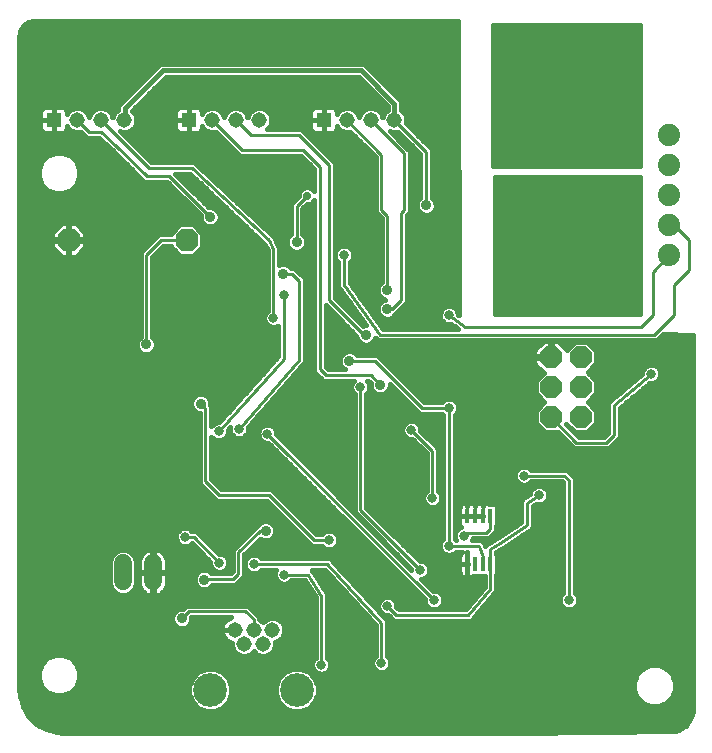
<source format=gbl>
G75*
%MOIN*%
%OFA0B0*%
%FSLAX24Y24*%
%IPPOS*%
%LPD*%
%AMOC8*
5,1,8,0,0,1.08239X$1,22.5*
%
%ADD10C,0.0100*%
%ADD11OC8,0.0760*%
%ADD12OC8,0.0740*%
%ADD13C,0.0515*%
%ADD14C,0.1122*%
%ADD15R,0.0177X0.0512*%
%ADD16R,0.0515X0.0515*%
%ADD17C,0.3543*%
%ADD18C,0.0740*%
%ADD19C,0.0600*%
%ADD20C,0.0160*%
%ADD21C,0.0317*%
%ADD22C,0.0320*%
%ADD23C,0.0356*%
%ADD24C,0.0157*%
%ADD25C,0.0277*%
D10*
X010924Y009386D02*
X011160Y009622D01*
X013050Y009622D01*
X013318Y009354D01*
X013318Y009008D01*
X012633Y010700D02*
X011687Y010700D01*
X011672Y010685D01*
X012183Y011250D02*
X011333Y012100D01*
X011033Y012100D01*
X012164Y013500D02*
X013833Y013500D01*
X015333Y012000D01*
X015833Y012000D01*
X015783Y011200D02*
X017583Y009250D01*
X017583Y007900D01*
X018083Y009500D02*
X017783Y009800D01*
X018083Y009500D02*
X020483Y009500D01*
X021217Y010384D01*
X021217Y011193D01*
X021217Y011716D01*
X021533Y011900D01*
X022433Y012500D01*
X022433Y013250D01*
X022833Y013500D01*
X022333Y014150D02*
X023683Y014150D01*
X023833Y014000D01*
X023833Y010000D01*
X020983Y011171D02*
X020961Y011193D01*
X020983Y011171D02*
X020983Y011450D01*
X020833Y011800D01*
X019833Y011800D01*
X019833Y016400D01*
X018933Y016400D01*
X017365Y017969D01*
X016514Y017969D01*
X017223Y017496D02*
X015727Y017496D01*
X015533Y017690D01*
X015533Y024450D01*
X014983Y025000D01*
X012940Y025000D01*
X011940Y026000D01*
X012727Y026000D02*
X013227Y025500D01*
X014833Y025500D01*
X015833Y024500D01*
X015833Y020000D01*
X016999Y018835D01*
X017066Y018835D01*
X017533Y018850D02*
X026683Y018850D01*
X027333Y019500D01*
X027333Y020500D01*
X027833Y021000D01*
X027833Y022000D01*
X027333Y022500D01*
X027183Y022500D01*
X026233Y022541D02*
X021333Y022541D01*
X021333Y022639D02*
X026233Y022639D01*
X026233Y022738D02*
X021333Y022738D01*
X021333Y022836D02*
X026233Y022836D01*
X026233Y022935D02*
X021333Y022935D01*
X021333Y023033D02*
X026233Y023033D01*
X026233Y023132D02*
X021333Y023132D01*
X021333Y023230D02*
X026233Y023230D01*
X026233Y023329D02*
X021333Y023329D01*
X021333Y023427D02*
X026233Y023427D01*
X026233Y023526D02*
X021333Y023526D01*
X021333Y023624D02*
X026233Y023624D01*
X026233Y023723D02*
X021333Y023723D01*
X021333Y023821D02*
X026233Y023821D01*
X026233Y023920D02*
X021333Y023920D01*
X021333Y024018D02*
X026233Y024018D01*
X026233Y024117D02*
X021333Y024117D01*
X021333Y024150D02*
X021333Y019500D01*
X026233Y019500D01*
X026233Y024150D01*
X021333Y024150D01*
X021283Y024450D02*
X026233Y024450D01*
X026233Y029200D01*
X021283Y029200D01*
X021283Y024450D01*
X021283Y024511D02*
X026233Y024511D01*
X026233Y024609D02*
X021283Y024609D01*
X021283Y024708D02*
X026233Y024708D01*
X026233Y024806D02*
X021283Y024806D01*
X021283Y024905D02*
X026233Y024905D01*
X026233Y025003D02*
X021283Y025003D01*
X021283Y025102D02*
X026233Y025102D01*
X026233Y025200D02*
X021283Y025200D01*
X021283Y025299D02*
X026233Y025299D01*
X026233Y025397D02*
X021283Y025397D01*
X021283Y025496D02*
X026233Y025496D01*
X026233Y025594D02*
X021283Y025594D01*
X021283Y025693D02*
X026233Y025693D01*
X026233Y025791D02*
X021283Y025791D01*
X021283Y025890D02*
X026233Y025890D01*
X026233Y025988D02*
X021283Y025988D01*
X021283Y026087D02*
X026233Y026087D01*
X026233Y026185D02*
X021283Y026185D01*
X021283Y026284D02*
X026233Y026284D01*
X026233Y026382D02*
X021283Y026382D01*
X021283Y026481D02*
X026233Y026481D01*
X026233Y026579D02*
X021283Y026579D01*
X021283Y026678D02*
X026233Y026678D01*
X026233Y026776D02*
X021283Y026776D01*
X021283Y026875D02*
X026233Y026875D01*
X026233Y026973D02*
X021283Y026973D01*
X021283Y027072D02*
X026233Y027072D01*
X026233Y027170D02*
X021283Y027170D01*
X021283Y027269D02*
X026233Y027269D01*
X026233Y027367D02*
X021283Y027367D01*
X021283Y027466D02*
X026233Y027466D01*
X026233Y027564D02*
X021283Y027564D01*
X021283Y027663D02*
X026233Y027663D01*
X026233Y027761D02*
X021283Y027761D01*
X021283Y027860D02*
X026233Y027860D01*
X026233Y027958D02*
X021283Y027958D01*
X021283Y028057D02*
X026233Y028057D01*
X026233Y028155D02*
X021283Y028155D01*
X021283Y028254D02*
X026233Y028254D01*
X026233Y028352D02*
X021283Y028352D01*
X021283Y028451D02*
X026233Y028451D01*
X026233Y028549D02*
X021283Y028549D01*
X021283Y028648D02*
X026233Y028648D01*
X026233Y028746D02*
X021283Y028746D01*
X021283Y028845D02*
X026233Y028845D01*
X026233Y028943D02*
X021283Y028943D01*
X021283Y029042D02*
X026233Y029042D01*
X026233Y029140D02*
X021283Y029140D01*
X018014Y026000D02*
X019073Y024941D01*
X019073Y023165D01*
X018333Y023000D02*
X018247Y022913D01*
X018247Y020016D01*
X017932Y019701D01*
X017774Y019701D01*
X017774Y020331D02*
X017774Y022809D01*
X017583Y023000D01*
X017583Y024850D01*
X016440Y025994D01*
X016440Y026000D01*
X017227Y026000D02*
X018333Y024894D01*
X018333Y023000D01*
X016333Y021500D02*
X016333Y020500D01*
X017533Y018850D01*
X017223Y017496D02*
X017538Y017181D01*
X016883Y017100D02*
X016883Y013000D01*
X018883Y011000D01*
X019333Y010000D02*
X013782Y015551D01*
X012833Y015700D02*
X014833Y018000D01*
X014833Y020646D01*
X014597Y020882D01*
X014310Y020882D01*
X014333Y020163D02*
X014333Y018050D01*
X012155Y015621D01*
X011711Y016394D02*
X011711Y013953D01*
X012164Y013500D01*
X013527Y012304D02*
X013729Y012304D01*
X013527Y012304D02*
X012814Y011591D01*
X012814Y010880D01*
X012633Y010700D01*
X013333Y011200D02*
X015783Y011200D01*
X015133Y010850D02*
X015583Y010150D01*
X015583Y007850D01*
X015133Y010850D02*
X014333Y010850D01*
X019283Y013400D02*
X019283Y014971D01*
X018583Y015671D01*
X021217Y012807D02*
X021217Y012384D01*
X021083Y012250D01*
X020433Y012250D01*
X020333Y012150D01*
X024083Y015250D02*
X023233Y016100D01*
X024083Y015250D02*
X025083Y015250D01*
X025333Y015500D01*
X025333Y016500D01*
X026583Y017550D01*
X026233Y019100D02*
X026633Y019500D01*
X026633Y020950D01*
X027183Y021500D01*
X026233Y021457D02*
X021333Y021457D01*
X021333Y021359D02*
X026233Y021359D01*
X026233Y021260D02*
X021333Y021260D01*
X021333Y021162D02*
X026233Y021162D01*
X026233Y021063D02*
X021333Y021063D01*
X021333Y020965D02*
X026233Y020965D01*
X026233Y020866D02*
X021333Y020866D01*
X021333Y020768D02*
X026233Y020768D01*
X026233Y020669D02*
X021333Y020669D01*
X021333Y020571D02*
X026233Y020571D01*
X026233Y020472D02*
X021333Y020472D01*
X021333Y020374D02*
X026233Y020374D01*
X026233Y020275D02*
X021333Y020275D01*
X021333Y020177D02*
X026233Y020177D01*
X026233Y020078D02*
X021333Y020078D01*
X021333Y019980D02*
X026233Y019980D01*
X026233Y019881D02*
X021333Y019881D01*
X021333Y019783D02*
X026233Y019783D01*
X026233Y019684D02*
X021333Y019684D01*
X021333Y019586D02*
X026233Y019586D01*
X026233Y019100D02*
X020383Y019100D01*
X019833Y019500D01*
X021333Y021556D02*
X026233Y021556D01*
X026233Y021654D02*
X021333Y021654D01*
X021333Y021753D02*
X026233Y021753D01*
X026233Y021851D02*
X021333Y021851D01*
X021333Y021950D02*
X026233Y021950D01*
X026233Y022048D02*
X021333Y022048D01*
X021333Y022147D02*
X026233Y022147D01*
X026233Y022245D02*
X021333Y022245D01*
X021333Y022344D02*
X026233Y022344D01*
X026233Y022442D02*
X021333Y022442D01*
X015101Y023480D02*
X014751Y023131D01*
X014751Y021930D01*
X013983Y021700D02*
X013983Y019406D01*
X013983Y021700D02*
X013833Y022000D01*
X011283Y024400D01*
X009833Y024400D01*
X008833Y025400D01*
X008727Y025500D01*
X008227Y026000D01*
X008233Y025600D02*
X007833Y025606D01*
X007440Y026000D01*
X008233Y025600D02*
X008740Y025144D01*
X009758Y024125D01*
X010515Y024125D01*
X011869Y022772D01*
X011093Y022000D02*
X010231Y022000D01*
X009743Y021512D01*
X009743Y018520D01*
X011554Y016551D02*
X011711Y016394D01*
D11*
X011093Y022000D03*
X007156Y022000D03*
D12*
X023233Y018100D03*
X024233Y018100D03*
X024233Y017100D03*
X023233Y017100D03*
X023233Y016100D03*
X024233Y016100D03*
D13*
X013948Y009008D03*
X013633Y008535D03*
X013318Y009008D03*
X013003Y008535D03*
X012688Y009008D03*
X012727Y026000D03*
X011940Y026000D03*
X013514Y026000D03*
X016440Y026000D03*
X017227Y026000D03*
X018014Y026000D03*
X009014Y026000D03*
X008227Y026000D03*
X007440Y026000D03*
D14*
X011881Y007000D03*
X014755Y007000D03*
D15*
X020449Y011193D03*
X020705Y011193D03*
X020961Y011193D03*
X021217Y011193D03*
X021217Y012807D03*
X020961Y012807D03*
X020705Y012807D03*
X020449Y012807D03*
D16*
X015652Y026000D03*
X011152Y026000D03*
X006652Y026000D03*
D17*
X024231Y027260D03*
X024231Y021354D03*
D18*
X027183Y021500D03*
X027183Y022500D03*
X027183Y023500D03*
X027183Y024500D03*
X027183Y025500D03*
D19*
X009967Y011221D02*
X009967Y010621D01*
X008967Y010621D02*
X008967Y011221D01*
D20*
X005976Y005976D02*
X027838Y005976D01*
X027882Y006037D02*
X027729Y005825D01*
X027517Y005671D01*
X027378Y005626D01*
X022128Y005580D01*
X006949Y005580D01*
X006762Y005592D01*
X006400Y005689D01*
X006075Y005877D01*
X005810Y006142D01*
X005623Y006466D01*
X005526Y006828D01*
X005513Y007016D01*
X005513Y028792D01*
X005520Y028874D01*
X005570Y029030D01*
X005667Y029162D01*
X005800Y029259D01*
X005956Y029310D01*
X006038Y029316D01*
X020124Y029316D01*
X020171Y019490D01*
X020133Y019517D01*
X020133Y019560D01*
X020088Y019670D01*
X020003Y019754D01*
X019893Y019800D01*
X019774Y019800D01*
X019663Y019754D01*
X019579Y019670D01*
X019533Y019560D01*
X019533Y019440D01*
X019579Y019330D01*
X019663Y019246D01*
X019774Y019200D01*
X019893Y019200D01*
X019912Y019208D01*
X020143Y019040D01*
X017630Y019040D01*
X016523Y020562D01*
X016523Y021266D01*
X016588Y021330D01*
X016633Y021440D01*
X016633Y021560D01*
X016588Y021670D01*
X016503Y021754D01*
X016393Y021800D01*
X016274Y021800D01*
X016163Y021754D01*
X016079Y021670D01*
X016033Y021560D01*
X016033Y021440D01*
X016079Y021330D01*
X016143Y021266D01*
X016143Y020515D01*
X016133Y020452D01*
X016143Y020438D01*
X016143Y020421D01*
X016188Y020376D01*
X017078Y019153D01*
X017002Y019153D01*
X016965Y019137D01*
X016023Y020079D01*
X016023Y024579D01*
X015912Y024690D01*
X014912Y025690D01*
X013767Y025690D01*
X013851Y025775D01*
X013912Y025921D01*
X013912Y026079D01*
X013851Y026225D01*
X013740Y026337D01*
X013593Y026397D01*
X013435Y026397D01*
X013289Y026337D01*
X013177Y026225D01*
X013121Y026088D01*
X013064Y026225D01*
X012952Y026337D01*
X012806Y026397D01*
X012648Y026397D01*
X012502Y026337D01*
X012390Y026225D01*
X012333Y026088D01*
X012277Y026225D01*
X012165Y026337D01*
X012019Y026397D01*
X011861Y026397D01*
X011714Y026337D01*
X011603Y026225D01*
X011590Y026194D01*
X011590Y026281D01*
X011577Y026327D01*
X011554Y026368D01*
X011520Y026402D01*
X011479Y026425D01*
X011433Y026437D01*
X011152Y026437D01*
X010871Y026437D01*
X010825Y026425D01*
X010784Y026402D01*
X010751Y026368D01*
X010727Y026327D01*
X010715Y026281D01*
X010715Y026000D01*
X010715Y025719D01*
X010727Y025673D01*
X010751Y025632D01*
X010784Y025598D01*
X010825Y025575D01*
X010871Y025563D01*
X011152Y025563D01*
X011152Y026000D01*
X010715Y026000D01*
X011152Y026000D01*
X011152Y026000D01*
X011152Y026000D01*
X011152Y026437D01*
X011152Y026000D01*
X011152Y026000D01*
X011152Y025563D01*
X011433Y025563D01*
X011479Y025575D01*
X011520Y025598D01*
X011554Y025632D01*
X011577Y025673D01*
X011590Y025719D01*
X011590Y025806D01*
X011603Y025775D01*
X011714Y025663D01*
X011861Y025603D01*
X012019Y025603D01*
X012054Y025617D01*
X012750Y024921D01*
X012861Y024810D01*
X014905Y024810D01*
X015343Y024371D01*
X015343Y023623D01*
X015337Y023638D01*
X015259Y023717D01*
X015156Y023759D01*
X015045Y023759D01*
X014943Y023717D01*
X014864Y023638D01*
X014822Y023536D01*
X014822Y023470D01*
X014561Y023209D01*
X014561Y022190D01*
X014481Y022111D01*
X014433Y021994D01*
X014433Y021867D01*
X014481Y021750D01*
X014571Y021661D01*
X014688Y021612D01*
X014814Y021612D01*
X014931Y021661D01*
X015021Y021750D01*
X015069Y021867D01*
X015069Y021994D01*
X015021Y022111D01*
X014941Y022190D01*
X014941Y023052D01*
X015091Y023202D01*
X015156Y023202D01*
X015259Y023244D01*
X015337Y023322D01*
X015343Y023338D01*
X015343Y017611D01*
X015537Y017417D01*
X015648Y017306D01*
X016665Y017306D01*
X016629Y017270D01*
X016583Y017160D01*
X016583Y017040D01*
X016629Y016930D01*
X016693Y016866D01*
X016693Y012921D01*
X018583Y011031D01*
X018583Y011019D01*
X014082Y015520D01*
X014082Y015611D01*
X014036Y015721D01*
X013952Y015806D01*
X013842Y015851D01*
X013722Y015851D01*
X013612Y015806D01*
X013528Y015721D01*
X013482Y015611D01*
X013482Y015492D01*
X013528Y015381D01*
X013612Y015297D01*
X013722Y015251D01*
X013813Y015251D01*
X019033Y010031D01*
X019033Y009940D01*
X019079Y009830D01*
X019163Y009746D01*
X019274Y009700D01*
X019393Y009700D01*
X019503Y009746D01*
X019588Y009830D01*
X019633Y009940D01*
X019633Y010060D01*
X019588Y010170D01*
X019503Y010254D01*
X019393Y010300D01*
X019302Y010300D01*
X018902Y010700D01*
X018943Y010700D01*
X019053Y010746D01*
X019138Y010830D01*
X019183Y010940D01*
X019183Y011060D01*
X019138Y011170D01*
X019053Y011254D01*
X018943Y011300D01*
X018852Y011300D01*
X017073Y013079D01*
X017073Y016866D01*
X017138Y016930D01*
X017183Y017040D01*
X017183Y017160D01*
X017138Y017270D01*
X017102Y017306D01*
X017144Y017306D01*
X017220Y017231D01*
X017220Y017118D01*
X017268Y017001D01*
X017358Y016911D01*
X017475Y016863D01*
X017601Y016863D01*
X017718Y016911D01*
X017808Y017001D01*
X017856Y017118D01*
X017856Y017208D01*
X018743Y016321D01*
X018855Y016210D01*
X019599Y016210D01*
X019643Y016166D01*
X019643Y012034D01*
X019579Y011970D01*
X019533Y011860D01*
X019533Y011740D01*
X019579Y011630D01*
X019663Y011546D01*
X019774Y011500D01*
X019893Y011500D01*
X020003Y011546D01*
X020068Y011610D01*
X020280Y011610D01*
X020250Y011593D01*
X020217Y011559D01*
X020193Y011518D01*
X020181Y011473D01*
X020181Y011193D01*
X020449Y011193D01*
X020449Y011193D01*
X020181Y011193D01*
X020181Y010913D01*
X020193Y010868D01*
X020217Y010826D01*
X020250Y010793D01*
X020291Y010769D01*
X020337Y010757D01*
X020449Y010757D01*
X020449Y011193D01*
X020449Y011610D01*
X020449Y011610D01*
X020449Y011193D01*
X020449Y011193D01*
X020449Y011193D01*
X020449Y010757D01*
X020562Y010757D01*
X020608Y010769D01*
X020649Y010793D01*
X020653Y010797D01*
X021027Y010797D01*
X021027Y010452D01*
X020394Y009690D01*
X018162Y009690D01*
X018083Y009769D01*
X018083Y009860D01*
X018038Y009970D01*
X017953Y010054D01*
X017843Y010100D01*
X017724Y010100D01*
X017613Y010054D01*
X017529Y009970D01*
X017483Y009860D01*
X017483Y009740D01*
X017529Y009630D01*
X017613Y009546D01*
X017724Y009500D01*
X017815Y009500D01*
X018005Y009310D01*
X020415Y009310D01*
X020423Y009304D01*
X020492Y009310D01*
X020562Y009310D01*
X020569Y009317D01*
X020579Y009318D01*
X020624Y009372D01*
X020673Y009421D01*
X020673Y009431D01*
X021358Y010256D01*
X021407Y010305D01*
X021407Y010315D01*
X021414Y010323D01*
X021407Y010393D01*
X021407Y010840D01*
X021446Y010879D01*
X021446Y011507D01*
X021407Y011545D01*
X021407Y011607D01*
X021567Y011700D01*
X021573Y011698D01*
X021634Y011739D01*
X021697Y011775D01*
X021699Y011782D01*
X022491Y012310D01*
X022512Y012310D01*
X022554Y012352D01*
X022604Y012386D01*
X022608Y012406D01*
X022623Y012421D01*
X022623Y012481D01*
X022635Y012540D01*
X022623Y012558D01*
X022623Y013145D01*
X022736Y013215D01*
X022774Y013200D01*
X022893Y013200D01*
X023003Y013246D01*
X023088Y013330D01*
X023133Y013440D01*
X023133Y013560D01*
X023088Y013670D01*
X023003Y013754D01*
X022893Y013800D01*
X022774Y013800D01*
X022663Y013754D01*
X022579Y013670D01*
X022533Y013560D01*
X022533Y013537D01*
X022379Y013440D01*
X022355Y013440D01*
X022314Y013400D01*
X022266Y013369D01*
X022260Y013346D01*
X022243Y013329D01*
X022243Y013272D01*
X022231Y013216D01*
X022243Y013196D01*
X022243Y012602D01*
X021433Y012061D01*
X021166Y011906D01*
X021138Y011906D01*
X021100Y011868D01*
X021054Y011841D01*
X021047Y011814D01*
X021038Y011805D01*
X021023Y011839D01*
X021023Y011879D01*
X020994Y011908D01*
X020977Y011947D01*
X020940Y011962D01*
X020912Y011990D01*
X020870Y011990D01*
X020831Y012006D01*
X020794Y011990D01*
X020592Y011990D01*
X020621Y012060D01*
X021162Y012060D01*
X021273Y012171D01*
X021407Y012305D01*
X021407Y012455D01*
X021446Y012493D01*
X021446Y013121D01*
X021364Y013203D01*
X021164Y013203D01*
X021160Y013207D01*
X021119Y013231D01*
X021074Y013243D01*
X020961Y013243D01*
X020849Y013243D01*
X020833Y013239D01*
X020818Y013243D01*
X020705Y013243D01*
X020593Y013243D01*
X020577Y013239D01*
X020562Y013243D01*
X020449Y013243D01*
X020337Y013243D01*
X020291Y013231D01*
X020250Y013207D01*
X020217Y013174D01*
X020193Y013132D01*
X020181Y013087D01*
X020181Y012807D01*
X020181Y012527D01*
X020193Y012482D01*
X020217Y012441D01*
X020227Y012431D01*
X020163Y012404D01*
X020079Y012320D01*
X020033Y012210D01*
X020033Y012090D01*
X020075Y011990D01*
X020068Y011990D01*
X020023Y012034D01*
X020023Y016166D01*
X020088Y016230D01*
X020133Y016340D01*
X020133Y016460D01*
X020088Y016570D01*
X020003Y016654D01*
X019893Y016700D01*
X019774Y016700D01*
X019663Y016654D01*
X019599Y016590D01*
X019012Y016590D01*
X017444Y018159D01*
X016774Y018159D01*
X016695Y018238D01*
X016578Y018287D01*
X016451Y018287D01*
X016334Y018238D01*
X016245Y018149D01*
X016196Y018032D01*
X016196Y017905D01*
X016245Y017788D01*
X016334Y017699D01*
X016365Y017686D01*
X015806Y017686D01*
X015723Y017768D01*
X015723Y019841D01*
X016748Y018817D01*
X016748Y018771D01*
X016796Y018654D01*
X016885Y018565D01*
X017002Y018517D01*
X017129Y018517D01*
X017246Y018565D01*
X017335Y018654D01*
X017372Y018743D01*
X017388Y018726D01*
X017426Y018675D01*
X017443Y018672D01*
X017455Y018660D01*
X017518Y018660D01*
X017581Y018650D01*
X017595Y018660D01*
X026762Y018660D01*
X026957Y018855D01*
X027973Y018851D01*
X027973Y006416D01*
X027963Y006285D01*
X027882Y006037D01*
X027914Y006134D02*
X005818Y006134D01*
X005723Y006293D02*
X027964Y006293D01*
X027973Y006451D02*
X015197Y006451D01*
X015152Y006406D02*
X015349Y006603D01*
X015456Y006861D01*
X015456Y007139D01*
X015349Y007397D01*
X015152Y007594D01*
X014894Y007701D01*
X014615Y007701D01*
X014357Y007594D01*
X014160Y007397D01*
X014054Y007139D01*
X014054Y006861D01*
X014160Y006603D01*
X014357Y006406D01*
X014615Y006299D01*
X014894Y006299D01*
X015152Y006406D01*
X015352Y006610D02*
X026262Y006610D01*
X026298Y006574D02*
X026548Y006470D01*
X026819Y006470D01*
X027069Y006574D01*
X027260Y006765D01*
X027363Y007015D01*
X027363Y007285D01*
X027260Y007535D01*
X027069Y007726D01*
X026819Y007830D01*
X026548Y007830D01*
X026298Y007726D01*
X026107Y007535D01*
X026003Y007285D01*
X026003Y007015D01*
X026107Y006765D01*
X026298Y006574D01*
X026106Y006768D02*
X015417Y006768D01*
X015456Y006927D02*
X026040Y006927D01*
X026003Y007085D02*
X015456Y007085D01*
X015413Y007244D02*
X026003Y007244D01*
X026052Y007402D02*
X015344Y007402D01*
X015413Y007596D02*
X015524Y007550D01*
X015643Y007550D01*
X015753Y007596D01*
X015838Y007680D01*
X015883Y007790D01*
X015883Y007910D01*
X015838Y008020D01*
X015773Y008084D01*
X015773Y010130D01*
X015786Y010187D01*
X015773Y010206D01*
X015773Y010229D01*
X015732Y010270D01*
X015323Y010906D01*
X015323Y010929D01*
X015282Y010970D01*
X015256Y011010D01*
X015700Y011010D01*
X017393Y009176D01*
X017393Y008134D01*
X017329Y008070D01*
X017283Y007960D01*
X017283Y007840D01*
X017329Y007730D01*
X017413Y007646D01*
X017524Y007600D01*
X017643Y007600D01*
X017753Y007646D01*
X017838Y007730D01*
X017883Y007840D01*
X017883Y007960D01*
X017838Y008070D01*
X017773Y008134D01*
X017773Y009246D01*
X017776Y009321D01*
X017773Y009324D01*
X017773Y009329D01*
X017720Y009382D01*
X015973Y011274D01*
X015973Y011279D01*
X015920Y011332D01*
X015870Y011387D01*
X015865Y011387D01*
X015862Y011390D01*
X015787Y011390D01*
X015712Y011393D01*
X015709Y011390D01*
X013568Y011390D01*
X013503Y011454D01*
X013393Y011500D01*
X013274Y011500D01*
X013163Y011454D01*
X013079Y011370D01*
X013033Y011260D01*
X013033Y011140D01*
X013079Y011030D01*
X013163Y010946D01*
X013274Y010900D01*
X013393Y010900D01*
X013503Y010946D01*
X013568Y011010D01*
X014075Y011010D01*
X014033Y010910D01*
X014033Y010790D01*
X014079Y010680D01*
X014163Y010596D01*
X014274Y010550D01*
X014393Y010550D01*
X014503Y010596D01*
X014568Y010660D01*
X015030Y010660D01*
X015393Y010094D01*
X015393Y008084D01*
X015329Y008020D01*
X015283Y007910D01*
X015283Y007790D01*
X015329Y007680D01*
X015413Y007596D01*
X015498Y007561D02*
X015185Y007561D01*
X015313Y007719D02*
X007479Y007719D01*
X007513Y007635D02*
X007410Y007885D01*
X007219Y008076D01*
X006969Y008180D01*
X006698Y008180D01*
X006448Y008076D01*
X006257Y007885D01*
X006153Y007635D01*
X006153Y007365D01*
X006257Y007115D01*
X006448Y006924D01*
X006698Y006820D01*
X006969Y006820D01*
X007219Y006924D01*
X007410Y007115D01*
X007513Y007365D01*
X007513Y007635D01*
X007513Y007561D02*
X011450Y007561D01*
X011483Y007594D02*
X011286Y007397D01*
X011180Y007139D01*
X011180Y006861D01*
X011286Y006603D01*
X011483Y006406D01*
X011741Y006299D01*
X012020Y006299D01*
X012278Y006406D01*
X012475Y006603D01*
X012582Y006861D01*
X012582Y007139D01*
X012475Y007397D01*
X012278Y007594D01*
X012020Y007701D01*
X011741Y007701D01*
X011483Y007594D01*
X011291Y007402D02*
X007513Y007402D01*
X007463Y007244D02*
X011223Y007244D01*
X011180Y007085D02*
X007380Y007085D01*
X007221Y006927D02*
X011180Y006927D01*
X011218Y006768D02*
X005542Y006768D01*
X005519Y006927D02*
X006445Y006927D01*
X006287Y007085D02*
X005513Y007085D01*
X005513Y007244D02*
X006204Y007244D01*
X006153Y007402D02*
X005513Y007402D01*
X005513Y007561D02*
X006153Y007561D01*
X006188Y007719D02*
X005513Y007719D01*
X005513Y007878D02*
X006254Y007878D01*
X006408Y008036D02*
X005513Y008036D01*
X005513Y008195D02*
X012787Y008195D01*
X012777Y008198D02*
X012924Y008138D01*
X013082Y008138D01*
X013228Y008198D01*
X013318Y008288D01*
X013407Y008198D01*
X013553Y008138D01*
X013712Y008138D01*
X013858Y008198D01*
X013970Y008310D01*
X014030Y008456D01*
X014030Y008612D01*
X014173Y008671D01*
X014284Y008783D01*
X014345Y008929D01*
X014345Y009087D01*
X014284Y009233D01*
X014173Y009345D01*
X014027Y009405D01*
X013868Y009405D01*
X013722Y009345D01*
X013633Y009255D01*
X013543Y009345D01*
X013508Y009359D01*
X013508Y009433D01*
X013396Y009544D01*
X013129Y009812D01*
X011081Y009812D01*
X010973Y009704D01*
X010861Y009704D01*
X010744Y009656D01*
X010654Y009566D01*
X010606Y009449D01*
X010606Y009323D01*
X010654Y009206D01*
X010744Y009116D01*
X010861Y009068D01*
X010987Y009068D01*
X011104Y009116D01*
X011194Y009206D01*
X011242Y009323D01*
X011242Y009432D01*
X012577Y009432D01*
X012520Y009413D01*
X012458Y009382D01*
X012403Y009342D01*
X012354Y009293D01*
X012313Y009237D01*
X012282Y009176D01*
X012261Y009110D01*
X012250Y009042D01*
X012250Y009008D01*
X012688Y009008D01*
X012688Y009008D01*
X012250Y009008D01*
X012250Y008973D01*
X012261Y008905D01*
X012282Y008840D01*
X012313Y008779D01*
X012354Y008723D01*
X012403Y008674D01*
X012458Y008634D01*
X012520Y008602D01*
X012585Y008581D01*
X012605Y008578D01*
X012605Y008456D01*
X012666Y008310D01*
X012777Y008198D01*
X012648Y008353D02*
X005513Y008353D01*
X005513Y008512D02*
X012605Y008512D01*
X012408Y008670D02*
X005513Y008670D01*
X005513Y008829D02*
X012288Y008829D01*
X012250Y008987D02*
X005513Y008987D01*
X005513Y009146D02*
X010714Y009146D01*
X010613Y009304D02*
X005513Y009304D01*
X005513Y009463D02*
X010611Y009463D01*
X010709Y009621D02*
X005513Y009621D01*
X005513Y009780D02*
X011049Y009780D01*
X011234Y009304D02*
X012365Y009304D01*
X012272Y009146D02*
X011133Y009146D01*
X010280Y010255D02*
X010333Y010309D01*
X010378Y010370D01*
X010412Y010437D01*
X010435Y010509D01*
X010447Y010583D01*
X010447Y010901D01*
X009987Y010901D01*
X009987Y010141D01*
X010005Y010141D01*
X010080Y010153D01*
X010151Y010176D01*
X010219Y010211D01*
X010280Y010255D01*
X015290Y010255D01*
X015392Y010097D02*
X005513Y010097D01*
X005513Y010255D02*
X008711Y010255D01*
X008718Y010248D02*
X008880Y010181D01*
X009055Y010181D01*
X009216Y010248D01*
X009340Y010372D01*
X009407Y010534D01*
X009407Y011309D01*
X009340Y011470D01*
X009216Y011594D01*
X009055Y011661D01*
X008880Y011661D01*
X008718Y011594D01*
X008594Y011470D01*
X008527Y011309D01*
X008527Y010534D01*
X008594Y010372D01*
X008718Y010248D01*
X008577Y010414D02*
X005513Y010414D01*
X005513Y010572D02*
X008527Y010572D01*
X008527Y010731D02*
X005513Y010731D01*
X005513Y010889D02*
X008527Y010889D01*
X008527Y011048D02*
X005513Y011048D01*
X005513Y011206D02*
X008527Y011206D01*
X008550Y011365D02*
X005513Y011365D01*
X005513Y011523D02*
X008647Y011523D01*
X009288Y011523D02*
X009593Y011523D01*
X009601Y011534D02*
X009557Y011473D01*
X009522Y011406D01*
X009499Y011334D01*
X009487Y011259D01*
X009487Y010941D01*
X009947Y010941D01*
X009947Y010901D01*
X009987Y010901D01*
X009987Y010941D01*
X010447Y010941D01*
X010447Y011259D01*
X010435Y011334D01*
X010412Y011406D01*
X010378Y011473D01*
X010333Y011534D01*
X010280Y011587D01*
X010219Y011632D01*
X010151Y011666D01*
X010080Y011689D01*
X010005Y011701D01*
X009987Y011701D01*
X009987Y010941D01*
X009947Y010941D01*
X009947Y011701D01*
X009929Y011701D01*
X009855Y011689D01*
X009783Y011666D01*
X009716Y011632D01*
X009654Y011587D01*
X009601Y011534D01*
X009509Y011365D02*
X009384Y011365D01*
X009407Y011206D02*
X009487Y011206D01*
X009487Y011048D02*
X009407Y011048D01*
X009407Y010889D02*
X009487Y010889D01*
X009487Y010901D02*
X009487Y010583D01*
X009499Y010509D01*
X009522Y010437D01*
X009557Y010370D01*
X009601Y010309D01*
X009654Y010255D01*
X009716Y010211D01*
X009783Y010176D01*
X009855Y010153D01*
X009929Y010141D01*
X009947Y010141D01*
X009947Y010901D01*
X009487Y010901D01*
X009487Y010731D02*
X009407Y010731D01*
X009407Y010572D02*
X009489Y010572D01*
X009534Y010414D02*
X009357Y010414D01*
X009223Y010255D02*
X009655Y010255D01*
X009947Y010255D02*
X009987Y010255D01*
X009987Y010414D02*
X009947Y010414D01*
X009947Y010572D02*
X009987Y010572D01*
X009987Y010731D02*
X009947Y010731D01*
X009947Y010889D02*
X009987Y010889D01*
X009987Y011048D02*
X009947Y011048D01*
X009947Y011206D02*
X009987Y011206D01*
X009987Y011365D02*
X009947Y011365D01*
X009947Y011523D02*
X009987Y011523D01*
X009987Y011682D02*
X009947Y011682D01*
X009830Y011682D02*
X005513Y011682D01*
X005513Y011840D02*
X010877Y011840D01*
X010863Y011846D02*
X010974Y011800D01*
X011093Y011800D01*
X011203Y011846D01*
X011261Y011904D01*
X011883Y011281D01*
X011883Y011190D01*
X011929Y011080D01*
X012013Y010996D01*
X012124Y010950D01*
X012243Y010950D01*
X012353Y010996D01*
X012438Y011080D01*
X012483Y011190D01*
X012483Y011310D01*
X012438Y011420D01*
X012353Y011504D01*
X012243Y011550D01*
X012152Y011550D01*
X011412Y012290D01*
X011268Y012290D01*
X011203Y012354D01*
X011093Y012400D01*
X010974Y012400D01*
X010863Y012354D01*
X010779Y012270D01*
X010733Y012160D01*
X010733Y012040D01*
X010779Y011930D01*
X010863Y011846D01*
X010751Y011999D02*
X005513Y011999D01*
X005513Y012157D02*
X010733Y012157D01*
X010825Y012316D02*
X005513Y012316D01*
X005513Y012474D02*
X013428Y012474D01*
X013449Y012494D02*
X013337Y012383D01*
X012624Y011669D01*
X012624Y010959D01*
X012555Y010890D01*
X011917Y010890D01*
X011852Y010955D01*
X011735Y011003D01*
X011609Y011003D01*
X011492Y010955D01*
X011402Y010865D01*
X011354Y010748D01*
X011354Y010622D01*
X011402Y010505D01*
X011492Y010415D01*
X011609Y010367D01*
X011735Y010367D01*
X011852Y010415D01*
X011942Y010505D01*
X011944Y010510D01*
X012712Y010510D01*
X012892Y010690D01*
X013004Y010802D01*
X013004Y011512D01*
X013538Y012046D01*
X013549Y012035D01*
X013666Y011986D01*
X013792Y011986D01*
X013909Y012035D01*
X013999Y012124D01*
X014047Y012241D01*
X014047Y012368D01*
X013999Y012485D01*
X013909Y012574D01*
X013792Y012622D01*
X013666Y012622D01*
X013549Y012574D01*
X013469Y012494D01*
X013449Y012494D01*
X013270Y012316D02*
X011242Y012316D01*
X011545Y012157D02*
X013111Y012157D01*
X012953Y011999D02*
X011704Y011999D01*
X011862Y011840D02*
X012794Y011840D01*
X012636Y011682D02*
X012021Y011682D01*
X012308Y011523D02*
X012624Y011523D01*
X012624Y011365D02*
X012461Y011365D01*
X012483Y011206D02*
X012624Y011206D01*
X012624Y011048D02*
X012405Y011048D01*
X011962Y011048D02*
X010447Y011048D01*
X010447Y011206D02*
X011883Y011206D01*
X011800Y011365D02*
X010425Y011365D01*
X010341Y011523D02*
X011642Y011523D01*
X011483Y011682D02*
X010104Y011682D01*
X010447Y010889D02*
X011426Y010889D01*
X011354Y010731D02*
X010447Y010731D01*
X010445Y010572D02*
X011374Y010572D01*
X011496Y010414D02*
X010400Y010414D01*
X011190Y011840D02*
X011325Y011840D01*
X011848Y010414D02*
X015188Y010414D01*
X015086Y010572D02*
X014446Y010572D01*
X014221Y010572D02*
X012774Y010572D01*
X012933Y010731D02*
X014058Y010731D01*
X014033Y010889D02*
X013004Y010889D01*
X013004Y011048D02*
X013072Y011048D01*
X013033Y011206D02*
X013004Y011206D01*
X013004Y011365D02*
X013077Y011365D01*
X013015Y011523D02*
X017542Y011523D01*
X017700Y011365D02*
X015890Y011365D01*
X016036Y011206D02*
X017859Y011206D01*
X018017Y011048D02*
X016183Y011048D01*
X016329Y010889D02*
X018176Y010889D01*
X018334Y010731D02*
X016475Y010731D01*
X016622Y010572D02*
X018493Y010572D01*
X018651Y010414D02*
X016768Y010414D01*
X016914Y010255D02*
X018810Y010255D01*
X018968Y010097D02*
X017851Y010097D01*
X017715Y010097D02*
X017061Y010097D01*
X017207Y009938D02*
X017516Y009938D01*
X017483Y009780D02*
X017353Y009780D01*
X017499Y009621D02*
X017538Y009621D01*
X017646Y009463D02*
X017852Y009463D01*
X017776Y009304D02*
X020422Y009304D01*
X020427Y009304D02*
X027973Y009304D01*
X027973Y009146D02*
X017773Y009146D01*
X017773Y008987D02*
X027973Y008987D01*
X027973Y008829D02*
X017773Y008829D01*
X017773Y008670D02*
X027973Y008670D01*
X027973Y008512D02*
X017773Y008512D01*
X017773Y008353D02*
X027973Y008353D01*
X027973Y008195D02*
X017773Y008195D01*
X017852Y008036D02*
X027973Y008036D01*
X027973Y007878D02*
X017883Y007878D01*
X017827Y007719D02*
X026291Y007719D01*
X026132Y007561D02*
X015668Y007561D01*
X015854Y007719D02*
X017340Y007719D01*
X017283Y007878D02*
X015883Y007878D01*
X015822Y008036D02*
X017315Y008036D01*
X017393Y008195D02*
X015773Y008195D01*
X015773Y008353D02*
X017393Y008353D01*
X017393Y008512D02*
X015773Y008512D01*
X015773Y008670D02*
X017393Y008670D01*
X017393Y008829D02*
X015773Y008829D01*
X015773Y008987D02*
X017393Y008987D01*
X017393Y009146D02*
X015773Y009146D01*
X015773Y009304D02*
X017275Y009304D01*
X017129Y009463D02*
X015773Y009463D01*
X015773Y009621D02*
X016982Y009621D01*
X016836Y009780D02*
X015773Y009780D01*
X015773Y009938D02*
X016690Y009938D01*
X016543Y010097D02*
X015773Y010097D01*
X015747Y010255D02*
X016397Y010255D01*
X016251Y010414D02*
X015640Y010414D01*
X015538Y010572D02*
X016104Y010572D01*
X015958Y010731D02*
X015436Y010731D01*
X015334Y010889D02*
X015812Y010889D01*
X015774Y011700D02*
X015893Y011700D01*
X016003Y011746D01*
X016088Y011830D01*
X016133Y011940D01*
X016133Y012060D01*
X016088Y012170D01*
X016003Y012254D01*
X015893Y012300D01*
X015774Y012300D01*
X015663Y012254D01*
X015599Y012190D01*
X015412Y012190D01*
X013912Y013690D01*
X012243Y013690D01*
X011901Y014031D01*
X011901Y015450D01*
X011985Y015367D01*
X012095Y015321D01*
X012214Y015321D01*
X012325Y015367D01*
X012409Y015451D01*
X012455Y015562D01*
X012455Y015671D01*
X012533Y015759D01*
X012533Y015640D01*
X012579Y015530D01*
X012663Y015446D01*
X012774Y015400D01*
X012893Y015400D01*
X013003Y015446D01*
X013088Y015530D01*
X013133Y015640D01*
X013133Y015755D01*
X014972Y017870D01*
X015023Y017921D01*
X015023Y017929D01*
X015028Y017935D01*
X015023Y018007D01*
X015023Y020724D01*
X014676Y021072D01*
X014570Y021072D01*
X014490Y021152D01*
X014373Y021200D01*
X014246Y021200D01*
X014173Y021170D01*
X014173Y021669D01*
X014188Y021715D01*
X014173Y021745D01*
X014173Y021779D01*
X014139Y021813D01*
X014022Y022048D01*
X014021Y022084D01*
X013988Y022115D01*
X013968Y022155D01*
X013933Y022167D01*
X011416Y024536D01*
X011362Y024590D01*
X011359Y024590D01*
X011356Y024592D01*
X011280Y024590D01*
X009912Y024590D01*
X009021Y025481D01*
X009021Y025484D01*
X008966Y025536D01*
X008912Y025590D01*
X008909Y025590D01*
X008864Y025632D01*
X008935Y025603D01*
X009093Y025603D01*
X009240Y025663D01*
X009351Y025775D01*
X009412Y025921D01*
X009412Y026079D01*
X009351Y026225D01*
X009263Y026313D01*
X010385Y027435D01*
X016818Y027435D01*
X017796Y026457D01*
X017796Y026340D01*
X017789Y026337D01*
X017677Y026225D01*
X017621Y026088D01*
X017564Y026225D01*
X017452Y026337D01*
X017306Y026397D01*
X017148Y026397D01*
X017002Y026337D01*
X016890Y026225D01*
X016833Y026088D01*
X016777Y026225D01*
X016665Y026337D01*
X016519Y026397D01*
X016361Y026397D01*
X016214Y026337D01*
X016103Y026225D01*
X016090Y026194D01*
X016090Y026281D01*
X016077Y026327D01*
X016054Y026368D01*
X016020Y026402D01*
X015979Y026425D01*
X015933Y026437D01*
X015652Y026437D01*
X015371Y026437D01*
X015325Y026425D01*
X015284Y026402D01*
X015251Y026368D01*
X015227Y026327D01*
X015215Y026281D01*
X015215Y026000D01*
X015215Y025719D01*
X015227Y025673D01*
X015251Y025632D01*
X015284Y025598D01*
X015325Y025575D01*
X015371Y025563D01*
X015652Y025563D01*
X015652Y026000D01*
X015215Y026000D01*
X015652Y026000D01*
X015652Y026000D01*
X015652Y026000D01*
X015652Y026437D01*
X015652Y026000D01*
X015652Y026000D01*
X015652Y025563D01*
X015933Y025563D01*
X015979Y025575D01*
X016020Y025598D01*
X016054Y025632D01*
X016077Y025673D01*
X016090Y025719D01*
X016090Y025806D01*
X016103Y025775D01*
X016214Y025663D01*
X016361Y025603D01*
X016519Y025603D01*
X016549Y025615D01*
X017393Y024771D01*
X017393Y022921D01*
X017584Y022730D01*
X017584Y020591D01*
X017505Y020511D01*
X017456Y020394D01*
X017456Y020267D01*
X017505Y020151D01*
X017594Y020061D01*
X017703Y020016D01*
X017594Y019970D01*
X017505Y019881D01*
X017456Y019764D01*
X017456Y019638D01*
X017505Y019521D01*
X017594Y019431D01*
X017711Y019383D01*
X017838Y019383D01*
X017954Y019431D01*
X018044Y019521D01*
X018061Y019561D01*
X018122Y019622D01*
X018437Y019937D01*
X018437Y022835D01*
X018523Y022921D01*
X018523Y024972D01*
X018412Y025084D01*
X017863Y025632D01*
X017935Y025603D01*
X018093Y025603D01*
X018129Y025617D01*
X018883Y024862D01*
X018883Y023425D01*
X018804Y023346D01*
X018755Y023229D01*
X018755Y023102D01*
X018804Y022985D01*
X018893Y022896D01*
X019010Y022847D01*
X019137Y022847D01*
X019254Y022896D01*
X019343Y022985D01*
X019392Y023102D01*
X019392Y023229D01*
X019343Y023346D01*
X019263Y023425D01*
X019263Y025020D01*
X018397Y025886D01*
X018412Y025921D01*
X018412Y026079D01*
X018351Y026225D01*
X018240Y026337D01*
X018233Y026340D01*
X018233Y026638D01*
X018105Y026766D01*
X016999Y027872D01*
X010203Y027872D01*
X010075Y027744D01*
X008815Y026484D01*
X008815Y026348D01*
X008789Y026337D01*
X008677Y026225D01*
X008621Y026088D01*
X008564Y026225D01*
X008452Y026337D01*
X008306Y026397D01*
X008148Y026397D01*
X008002Y026337D01*
X007890Y026225D01*
X007833Y026088D01*
X007777Y026225D01*
X007665Y026337D01*
X007519Y026397D01*
X007361Y026397D01*
X007214Y026337D01*
X007103Y026225D01*
X007090Y026194D01*
X007090Y026281D01*
X007077Y026327D01*
X007054Y026368D01*
X007020Y026402D01*
X006979Y026425D01*
X006933Y026437D01*
X006652Y026437D01*
X006371Y026437D01*
X006325Y026425D01*
X006284Y026402D01*
X006251Y026368D01*
X006227Y026327D01*
X006215Y026281D01*
X006215Y026000D01*
X006215Y025719D01*
X006227Y025673D01*
X006251Y025632D01*
X006284Y025598D01*
X006325Y025575D01*
X006371Y025563D01*
X006652Y025563D01*
X006652Y026000D01*
X006215Y026000D01*
X006652Y026000D01*
X006652Y026000D01*
X006652Y026000D01*
X006652Y026437D01*
X006652Y026000D01*
X006652Y026000D01*
X006652Y025563D01*
X006933Y025563D01*
X006979Y025575D01*
X007020Y025598D01*
X007054Y025632D01*
X007077Y025673D01*
X007090Y025719D01*
X007090Y025806D01*
X007103Y025775D01*
X007214Y025663D01*
X007361Y025603D01*
X007519Y025603D01*
X007554Y025617D01*
X007698Y025473D01*
X007752Y025418D01*
X007753Y025418D01*
X007755Y025416D01*
X007832Y025416D01*
X008159Y025411D01*
X008609Y025006D01*
X009568Y024047D01*
X009679Y023935D01*
X010436Y023935D01*
X011551Y022821D01*
X011551Y022708D01*
X011599Y022591D01*
X011689Y022502D01*
X011805Y022454D01*
X011932Y022454D01*
X012049Y022502D01*
X012138Y022591D01*
X012187Y022708D01*
X012187Y022835D01*
X012138Y022952D01*
X012049Y023041D01*
X011932Y023090D01*
X011819Y023090D01*
X010705Y024204D01*
X010699Y024210D01*
X011208Y024210D01*
X013679Y021885D01*
X013793Y021655D01*
X013793Y019641D01*
X013729Y019576D01*
X013683Y019466D01*
X013683Y019347D01*
X013729Y019236D01*
X013813Y019152D01*
X013924Y019106D01*
X014043Y019106D01*
X014143Y019148D01*
X014143Y018123D01*
X012168Y015921D01*
X012095Y015921D01*
X011985Y015876D01*
X011901Y015792D01*
X011901Y016472D01*
X011872Y016502D01*
X011872Y016614D01*
X011823Y016731D01*
X011734Y016821D01*
X011617Y016869D01*
X011491Y016869D01*
X011374Y016821D01*
X011284Y016731D01*
X011236Y016614D01*
X011236Y016488D01*
X011284Y016371D01*
X011374Y016281D01*
X011491Y016233D01*
X011521Y016233D01*
X011521Y013874D01*
X011974Y013421D01*
X012085Y013310D01*
X013755Y013310D01*
X015255Y011810D01*
X015599Y011810D01*
X015663Y011746D01*
X015774Y011700D01*
X016092Y011840D02*
X017225Y011840D01*
X017383Y011682D02*
X013173Y011682D01*
X013332Y011840D02*
X015225Y011840D01*
X015066Y011999D02*
X013822Y011999D01*
X013636Y011999D02*
X013490Y011999D01*
X014012Y012157D02*
X014908Y012157D01*
X014749Y012316D02*
X014047Y012316D01*
X014003Y012474D02*
X014591Y012474D01*
X014432Y012633D02*
X005513Y012633D01*
X005513Y012791D02*
X014274Y012791D01*
X014115Y012950D02*
X005513Y012950D01*
X005513Y013108D02*
X013957Y013108D01*
X013798Y013267D02*
X005513Y013267D01*
X005513Y013425D02*
X011970Y013425D01*
X011812Y013584D02*
X005513Y013584D01*
X005513Y013742D02*
X011653Y013742D01*
X011521Y013901D02*
X005513Y013901D01*
X005513Y014059D02*
X011521Y014059D01*
X011521Y014218D02*
X005513Y014218D01*
X005513Y014376D02*
X011521Y014376D01*
X011521Y014535D02*
X005513Y014535D01*
X005513Y014693D02*
X011521Y014693D01*
X011521Y014852D02*
X005513Y014852D01*
X005513Y015010D02*
X011521Y015010D01*
X011521Y015169D02*
X005513Y015169D01*
X005513Y015327D02*
X011521Y015327D01*
X011521Y015486D02*
X005513Y015486D01*
X005513Y015644D02*
X011521Y015644D01*
X011521Y015803D02*
X005513Y015803D01*
X005513Y015961D02*
X011521Y015961D01*
X011521Y016120D02*
X005513Y016120D01*
X005513Y016278D02*
X011382Y016278D01*
X011257Y016437D02*
X005513Y016437D01*
X005513Y016595D02*
X011236Y016595D01*
X011306Y016754D02*
X005513Y016754D01*
X005513Y016912D02*
X013057Y016912D01*
X012915Y016754D02*
X011801Y016754D01*
X011872Y016595D02*
X012773Y016595D01*
X012631Y016437D02*
X011901Y016437D01*
X011901Y016278D02*
X012489Y016278D01*
X012346Y016120D02*
X011901Y016120D01*
X011901Y015961D02*
X012204Y015961D01*
X011912Y015803D02*
X011901Y015803D01*
X011901Y015327D02*
X012081Y015327D01*
X012228Y015327D02*
X013582Y015327D01*
X013485Y015486D02*
X013043Y015486D01*
X013133Y015644D02*
X013496Y015644D01*
X013609Y015803D02*
X013174Y015803D01*
X013312Y015961D02*
X016693Y015961D01*
X016693Y015803D02*
X013955Y015803D01*
X014068Y015644D02*
X016693Y015644D01*
X016693Y015486D02*
X014117Y015486D01*
X014275Y015327D02*
X016693Y015327D01*
X016693Y015169D02*
X014434Y015169D01*
X014592Y015010D02*
X016693Y015010D01*
X016693Y014852D02*
X014751Y014852D01*
X014909Y014693D02*
X016693Y014693D01*
X016693Y014535D02*
X015068Y014535D01*
X015226Y014376D02*
X016693Y014376D01*
X016693Y014218D02*
X015385Y014218D01*
X015543Y014059D02*
X016693Y014059D01*
X016693Y013901D02*
X015702Y013901D01*
X015860Y013742D02*
X016693Y013742D01*
X016693Y013584D02*
X016019Y013584D01*
X016177Y013425D02*
X016693Y013425D01*
X016693Y013267D02*
X016336Y013267D01*
X016494Y013108D02*
X016693Y013108D01*
X016693Y012950D02*
X016653Y012950D01*
X016811Y012791D02*
X016824Y012791D01*
X016970Y012633D02*
X016982Y012633D01*
X017128Y012474D02*
X017141Y012474D01*
X017287Y012316D02*
X017299Y012316D01*
X017445Y012157D02*
X017458Y012157D01*
X017604Y011999D02*
X017616Y011999D01*
X017762Y011840D02*
X017775Y011840D01*
X017921Y011682D02*
X017933Y011682D01*
X018079Y011523D02*
X018092Y011523D01*
X018238Y011365D02*
X018250Y011365D01*
X018396Y011206D02*
X018409Y011206D01*
X018555Y011048D02*
X018567Y011048D01*
X018788Y011365D02*
X020181Y011365D01*
X020196Y011523D02*
X019949Y011523D01*
X019718Y011523D02*
X018629Y011523D01*
X018471Y011682D02*
X019558Y011682D01*
X019533Y011840D02*
X018312Y011840D01*
X018154Y011999D02*
X019608Y011999D01*
X019643Y012157D02*
X017995Y012157D01*
X017837Y012316D02*
X019643Y012316D01*
X019643Y012474D02*
X017678Y012474D01*
X017520Y012633D02*
X019643Y012633D01*
X019643Y012791D02*
X017361Y012791D01*
X017203Y012950D02*
X019643Y012950D01*
X019643Y013108D02*
X019362Y013108D01*
X019343Y013100D02*
X019453Y013146D01*
X019538Y013230D01*
X019583Y013340D01*
X019583Y013460D01*
X019538Y013570D01*
X019473Y013634D01*
X019473Y015050D01*
X019362Y015161D01*
X018883Y015640D01*
X018883Y015731D01*
X018838Y015841D01*
X018753Y015926D01*
X018643Y015971D01*
X018524Y015971D01*
X018413Y015926D01*
X018329Y015841D01*
X018283Y015731D01*
X018283Y015612D01*
X018329Y015501D01*
X018413Y015417D01*
X018524Y015371D01*
X018615Y015371D01*
X019093Y014893D01*
X019093Y013634D01*
X019029Y013570D01*
X018983Y013460D01*
X018983Y013340D01*
X019029Y013230D01*
X019113Y013146D01*
X019224Y013100D01*
X019343Y013100D01*
X019204Y013108D02*
X017073Y013108D01*
X017073Y013267D02*
X019014Y013267D01*
X018983Y013425D02*
X017073Y013425D01*
X017073Y013584D02*
X019043Y013584D01*
X019093Y013742D02*
X017073Y013742D01*
X017073Y013901D02*
X019093Y013901D01*
X019093Y014059D02*
X017073Y014059D01*
X017073Y014218D02*
X019093Y014218D01*
X019093Y014376D02*
X017073Y014376D01*
X017073Y014535D02*
X019093Y014535D01*
X019093Y014693D02*
X017073Y014693D01*
X017073Y014852D02*
X019093Y014852D01*
X018976Y015010D02*
X017073Y015010D01*
X017073Y015169D02*
X018817Y015169D01*
X018659Y015327D02*
X017073Y015327D01*
X017073Y015486D02*
X018345Y015486D01*
X018283Y015644D02*
X017073Y015644D01*
X017073Y015803D02*
X018313Y015803D01*
X018499Y015961D02*
X017073Y015961D01*
X017073Y016120D02*
X019643Y016120D01*
X019643Y015961D02*
X018668Y015961D01*
X018854Y015803D02*
X019643Y015803D01*
X019643Y015644D02*
X018883Y015644D01*
X019038Y015486D02*
X019643Y015486D01*
X019643Y015327D02*
X019196Y015327D01*
X019355Y015169D02*
X019643Y015169D01*
X019643Y015010D02*
X019473Y015010D01*
X019473Y014852D02*
X019643Y014852D01*
X019643Y014693D02*
X019473Y014693D01*
X019473Y014535D02*
X019643Y014535D01*
X019643Y014376D02*
X019473Y014376D01*
X019473Y014218D02*
X019643Y014218D01*
X019643Y014059D02*
X019473Y014059D01*
X019473Y013901D02*
X019643Y013901D01*
X019643Y013742D02*
X019473Y013742D01*
X019524Y013584D02*
X019643Y013584D01*
X019643Y013425D02*
X019583Y013425D01*
X019553Y013267D02*
X019643Y013267D01*
X020023Y013267D02*
X022242Y013267D01*
X022243Y013108D02*
X021446Y013108D01*
X021446Y012950D02*
X022243Y012950D01*
X022243Y012791D02*
X021446Y012791D01*
X021446Y012633D02*
X022243Y012633D01*
X022052Y012474D02*
X021427Y012474D01*
X021407Y012316D02*
X021814Y012316D01*
X021576Y012157D02*
X021259Y012157D01*
X021325Y011999D02*
X020849Y011999D01*
X020814Y011999D02*
X020595Y011999D01*
X021023Y011840D02*
X021053Y011840D01*
X021430Y011523D02*
X023643Y011523D01*
X023643Y011365D02*
X021446Y011365D01*
X021446Y011206D02*
X023643Y011206D01*
X023643Y011048D02*
X021446Y011048D01*
X021446Y010889D02*
X023643Y010889D01*
X023643Y010731D02*
X021407Y010731D01*
X021407Y010572D02*
X023643Y010572D01*
X023643Y010414D02*
X021407Y010414D01*
X021357Y010255D02*
X023643Y010255D01*
X023643Y010234D02*
X023579Y010170D01*
X023533Y010060D01*
X023533Y009940D01*
X023579Y009830D01*
X023663Y009746D01*
X023774Y009700D01*
X023893Y009700D01*
X024003Y009746D01*
X024088Y009830D01*
X024133Y009940D01*
X024133Y010060D01*
X024088Y010170D01*
X024023Y010234D01*
X024023Y014079D01*
X023912Y014190D01*
X023873Y014229D01*
X023762Y014340D01*
X022568Y014340D01*
X022503Y014404D01*
X022393Y014450D01*
X022274Y014450D01*
X022163Y014404D01*
X022079Y014320D01*
X022033Y014210D01*
X022033Y014090D01*
X022079Y013980D01*
X022163Y013896D01*
X022274Y013850D01*
X022393Y013850D01*
X022503Y013896D01*
X022568Y013960D01*
X023605Y013960D01*
X023643Y013921D01*
X023643Y010234D01*
X023549Y010097D02*
X021226Y010097D01*
X021094Y009938D02*
X023534Y009938D01*
X023630Y009780D02*
X020962Y009780D01*
X020831Y009621D02*
X027973Y009621D01*
X027973Y009463D02*
X020699Y009463D01*
X020468Y009780D02*
X019537Y009780D01*
X019632Y009938D02*
X020600Y009938D01*
X020732Y010097D02*
X019618Y010097D01*
X019502Y010255D02*
X020863Y010255D01*
X020995Y010414D02*
X019189Y010414D01*
X019030Y010572D02*
X021027Y010572D01*
X021027Y010731D02*
X019017Y010731D01*
X019162Y010889D02*
X020187Y010889D01*
X020181Y011048D02*
X019183Y011048D01*
X019102Y011206D02*
X020181Y011206D01*
X020449Y011206D02*
X020449Y011206D01*
X020449Y011193D02*
X020477Y011193D01*
X020477Y011193D01*
X020449Y011193D01*
X020449Y011193D01*
X020449Y011048D02*
X020449Y011048D01*
X020449Y010889D02*
X020449Y010889D01*
X020449Y011365D02*
X020449Y011365D01*
X020449Y011523D02*
X020449Y011523D01*
X020071Y011999D02*
X020059Y011999D01*
X020033Y012157D02*
X020023Y012157D01*
X020023Y012316D02*
X020077Y012316D01*
X020023Y012474D02*
X020198Y012474D01*
X020181Y012633D02*
X020023Y012633D01*
X020023Y012791D02*
X020181Y012791D01*
X020181Y012807D02*
X020449Y012807D01*
X020449Y012807D01*
X020181Y012807D01*
X020181Y012950D02*
X020023Y012950D01*
X020023Y013108D02*
X020187Y013108D01*
X020449Y013133D02*
X020449Y013243D01*
X020449Y013133D01*
X020449Y013133D01*
X020705Y013133D02*
X020705Y013243D01*
X020705Y013133D01*
X020705Y013133D01*
X020705Y013133D01*
X020961Y013133D02*
X020961Y013243D01*
X020961Y013133D01*
X020961Y013133D01*
X020961Y012807D02*
X020705Y012807D01*
X020693Y012807D01*
X020449Y012807D01*
X020449Y012807D01*
X020705Y012807D01*
X020705Y012807D01*
X020961Y012807D01*
X020961Y012807D01*
X020705Y012807D02*
X020705Y012807D01*
X020023Y013425D02*
X022340Y013425D01*
X022543Y013584D02*
X020023Y013584D01*
X020023Y013742D02*
X022651Y013742D01*
X022508Y013901D02*
X023643Y013901D01*
X023643Y013742D02*
X023016Y013742D01*
X023123Y013584D02*
X023643Y013584D01*
X023643Y013425D02*
X023127Y013425D01*
X023024Y013267D02*
X023643Y013267D01*
X023643Y013108D02*
X022623Y013108D01*
X022623Y012950D02*
X023643Y012950D01*
X023643Y012791D02*
X022623Y012791D01*
X022623Y012633D02*
X023643Y012633D01*
X023643Y012474D02*
X022623Y012474D01*
X022518Y012316D02*
X023643Y012316D01*
X023643Y012157D02*
X022261Y012157D01*
X022024Y011999D02*
X023643Y011999D01*
X023643Y011840D02*
X021786Y011840D01*
X021536Y011682D02*
X023643Y011682D01*
X024023Y011682D02*
X027973Y011682D01*
X027973Y011840D02*
X024023Y011840D01*
X024023Y011999D02*
X027973Y011999D01*
X027973Y012157D02*
X024023Y012157D01*
X024023Y012316D02*
X027973Y012316D01*
X027973Y012474D02*
X024023Y012474D01*
X024023Y012633D02*
X027973Y012633D01*
X027973Y012791D02*
X024023Y012791D01*
X024023Y012950D02*
X027973Y012950D01*
X027973Y013108D02*
X024023Y013108D01*
X024023Y013267D02*
X027973Y013267D01*
X027973Y013425D02*
X024023Y013425D01*
X024023Y013584D02*
X027973Y013584D01*
X027973Y013742D02*
X024023Y013742D01*
X024023Y013901D02*
X027973Y013901D01*
X027973Y014059D02*
X024023Y014059D01*
X023912Y014190D02*
X023912Y014190D01*
X023885Y014218D02*
X027973Y014218D01*
X027973Y014376D02*
X022532Y014376D01*
X022135Y014376D02*
X020023Y014376D01*
X020023Y014218D02*
X022037Y014218D01*
X022046Y014059D02*
X020023Y014059D01*
X020023Y013901D02*
X022159Y013901D01*
X023579Y015486D02*
X020023Y015486D01*
X020023Y015644D02*
X022968Y015644D01*
X023022Y015590D02*
X023445Y015590D01*
X023460Y015605D01*
X024005Y015060D01*
X025162Y015060D01*
X025273Y015171D01*
X025523Y015421D01*
X025523Y016411D01*
X026522Y017251D01*
X026524Y017250D01*
X026643Y017250D01*
X026753Y017296D01*
X026838Y017380D01*
X026883Y017490D01*
X026883Y017610D01*
X026838Y017720D01*
X026753Y017804D01*
X026643Y017850D01*
X026524Y017850D01*
X026413Y017804D01*
X026329Y017720D01*
X026283Y017610D01*
X026283Y017546D01*
X024509Y017546D01*
X024455Y017600D02*
X024743Y017889D01*
X024743Y018311D01*
X024445Y018610D01*
X024022Y018610D01*
X023762Y018350D01*
X023461Y018650D01*
X023253Y018650D01*
X023253Y018120D01*
X023213Y018120D01*
X023213Y018080D01*
X022683Y018080D01*
X022683Y017872D01*
X022984Y017572D01*
X022723Y017311D01*
X022723Y016889D01*
X023012Y016600D01*
X022723Y016311D01*
X022723Y015889D01*
X023022Y015590D01*
X022810Y015803D02*
X020023Y015803D01*
X020023Y015961D02*
X022723Y015961D01*
X022723Y016120D02*
X020023Y016120D01*
X020108Y016278D02*
X022723Y016278D01*
X022849Y016437D02*
X020133Y016437D01*
X020063Y016595D02*
X023007Y016595D01*
X022859Y016754D02*
X018849Y016754D01*
X019007Y016595D02*
X019604Y016595D01*
X018787Y016278D02*
X017073Y016278D01*
X017073Y016437D02*
X018628Y016437D01*
X018470Y016595D02*
X017073Y016595D01*
X017073Y016754D02*
X018311Y016754D01*
X018153Y016912D02*
X017719Y016912D01*
X017837Y017071D02*
X017994Y017071D01*
X018215Y017388D02*
X022800Y017388D01*
X022723Y017229D02*
X018373Y017229D01*
X018532Y017071D02*
X022723Y017071D01*
X022723Y016912D02*
X018690Y016912D01*
X018056Y017546D02*
X022958Y017546D01*
X022851Y017705D02*
X017898Y017705D01*
X017739Y017863D02*
X022692Y017863D01*
X022683Y018022D02*
X017581Y018022D01*
X017589Y018656D02*
X027973Y018656D01*
X027973Y018814D02*
X026916Y018814D01*
X027973Y018497D02*
X024558Y018497D01*
X024716Y018339D02*
X027973Y018339D01*
X027973Y018180D02*
X024743Y018180D01*
X024743Y018022D02*
X027973Y018022D01*
X027973Y017863D02*
X024718Y017863D01*
X024559Y017705D02*
X026323Y017705D01*
X026283Y017546D02*
X025264Y016690D01*
X025255Y016690D01*
X025205Y016640D01*
X025151Y016595D01*
X024460Y016595D01*
X024455Y016600D02*
X024743Y016889D01*
X024743Y017311D01*
X024455Y017600D01*
X024667Y017388D02*
X026095Y017388D01*
X025906Y017229D02*
X024743Y017229D01*
X024743Y017071D02*
X025717Y017071D01*
X025528Y016912D02*
X024743Y016912D01*
X024608Y016754D02*
X025340Y016754D01*
X025151Y016595D02*
X025150Y016585D01*
X025143Y016579D01*
X025143Y016508D01*
X025137Y016438D01*
X025143Y016431D01*
X025143Y015579D01*
X025005Y015440D01*
X024162Y015440D01*
X023728Y015874D01*
X023733Y015879D01*
X024022Y015590D01*
X024445Y015590D01*
X024743Y015889D01*
X024743Y016311D01*
X024455Y016600D01*
X024618Y016437D02*
X025139Y016437D01*
X025143Y016278D02*
X024743Y016278D01*
X024743Y016120D02*
X025143Y016120D01*
X025143Y015961D02*
X024743Y015961D01*
X024657Y015803D02*
X025143Y015803D01*
X025143Y015644D02*
X024499Y015644D01*
X024117Y015486D02*
X025050Y015486D01*
X025271Y015169D02*
X027973Y015169D01*
X027973Y015327D02*
X025429Y015327D01*
X025523Y015486D02*
X027973Y015486D01*
X027973Y015644D02*
X025523Y015644D01*
X025523Y015803D02*
X027973Y015803D01*
X027973Y015961D02*
X025523Y015961D01*
X025523Y016120D02*
X027973Y016120D01*
X027973Y016278D02*
X025523Y016278D01*
X025553Y016437D02*
X027973Y016437D01*
X027973Y016595D02*
X025742Y016595D01*
X025931Y016754D02*
X027973Y016754D01*
X027973Y016912D02*
X026119Y016912D01*
X026308Y017071D02*
X027973Y017071D01*
X027973Y017229D02*
X026497Y017229D01*
X026841Y017388D02*
X027973Y017388D01*
X027973Y017546D02*
X026883Y017546D01*
X026844Y017705D02*
X027973Y017705D01*
X027973Y015010D02*
X020023Y015010D01*
X020023Y014852D02*
X027973Y014852D01*
X027973Y014693D02*
X020023Y014693D01*
X020023Y014535D02*
X027973Y014535D01*
X027973Y011523D02*
X024023Y011523D01*
X024023Y011365D02*
X027973Y011365D01*
X027973Y011206D02*
X024023Y011206D01*
X024023Y011048D02*
X027973Y011048D01*
X027973Y010889D02*
X024023Y010889D01*
X024023Y010731D02*
X027973Y010731D01*
X027973Y010572D02*
X024023Y010572D01*
X024023Y010414D02*
X027973Y010414D01*
X027973Y010255D02*
X024023Y010255D01*
X024118Y010097D02*
X027973Y010097D01*
X027973Y009938D02*
X024132Y009938D01*
X024037Y009780D02*
X027973Y009780D01*
X027973Y007719D02*
X027076Y007719D01*
X027234Y007561D02*
X027973Y007561D01*
X027973Y007402D02*
X027315Y007402D01*
X027363Y007244D02*
X027973Y007244D01*
X027973Y007085D02*
X027363Y007085D01*
X027327Y006927D02*
X027973Y006927D01*
X027973Y006768D02*
X027261Y006768D01*
X027104Y006610D02*
X027973Y006610D01*
X027718Y005817D02*
X006178Y005817D01*
X006514Y005659D02*
X027478Y005659D01*
X019130Y009780D02*
X018083Y009780D01*
X018051Y009938D02*
X019034Y009938D01*
X017066Y011999D02*
X016133Y011999D01*
X016093Y012157D02*
X016908Y012157D01*
X016749Y012316D02*
X015287Y012316D01*
X015128Y012474D02*
X016591Y012474D01*
X016432Y012633D02*
X014970Y012633D01*
X014811Y012791D02*
X016274Y012791D01*
X016115Y012950D02*
X014653Y012950D01*
X014494Y013108D02*
X015957Y013108D01*
X015798Y013267D02*
X014336Y013267D01*
X014177Y013425D02*
X015640Y013425D01*
X015481Y013584D02*
X014019Y013584D01*
X014689Y014376D02*
X011901Y014376D01*
X011901Y014218D02*
X014847Y014218D01*
X015006Y014059D02*
X011901Y014059D01*
X012032Y013901D02*
X015164Y013901D01*
X015323Y013742D02*
X012191Y013742D01*
X011901Y014535D02*
X014530Y014535D01*
X014372Y014693D02*
X011901Y014693D01*
X011901Y014852D02*
X014213Y014852D01*
X014055Y015010D02*
X011901Y015010D01*
X011901Y015169D02*
X013896Y015169D01*
X013450Y016120D02*
X016693Y016120D01*
X016693Y016278D02*
X013588Y016278D01*
X013726Y016437D02*
X016693Y016437D01*
X016693Y016595D02*
X013863Y016595D01*
X014001Y016754D02*
X016693Y016754D01*
X016647Y016912D02*
X014139Y016912D01*
X014277Y017071D02*
X016583Y017071D01*
X016612Y017229D02*
X014415Y017229D01*
X014553Y017388D02*
X015567Y017388D01*
X015408Y017546D02*
X014690Y017546D01*
X014828Y017705D02*
X015343Y017705D01*
X015343Y017863D02*
X014966Y017863D01*
X015023Y018022D02*
X015343Y018022D01*
X015343Y018180D02*
X015023Y018180D01*
X015023Y018339D02*
X015343Y018339D01*
X015343Y018497D02*
X015023Y018497D01*
X015023Y018656D02*
X015343Y018656D01*
X015343Y018814D02*
X015023Y018814D01*
X015023Y018973D02*
X015343Y018973D01*
X015343Y019131D02*
X015023Y019131D01*
X015023Y019290D02*
X015343Y019290D01*
X015343Y019448D02*
X015023Y019448D01*
X015023Y019607D02*
X015343Y019607D01*
X015343Y019765D02*
X015023Y019765D01*
X015023Y019924D02*
X015343Y019924D01*
X015343Y020082D02*
X015023Y020082D01*
X015023Y020241D02*
X015343Y020241D01*
X015343Y020399D02*
X015023Y020399D01*
X015023Y020558D02*
X015343Y020558D01*
X015343Y020716D02*
X015023Y020716D01*
X014873Y020875D02*
X015343Y020875D01*
X015343Y021033D02*
X014715Y021033D01*
X014393Y021192D02*
X015343Y021192D01*
X015343Y021350D02*
X014173Y021350D01*
X014173Y021192D02*
X014226Y021192D01*
X014173Y021509D02*
X015343Y021509D01*
X015343Y021667D02*
X014938Y021667D01*
X015052Y021826D02*
X015343Y021826D01*
X015343Y021984D02*
X015069Y021984D01*
X014989Y022143D02*
X015343Y022143D01*
X015343Y022301D02*
X014941Y022301D01*
X014941Y022460D02*
X015343Y022460D01*
X015343Y022618D02*
X014941Y022618D01*
X014941Y022777D02*
X015343Y022777D01*
X015343Y022935D02*
X014941Y022935D01*
X014983Y023094D02*
X015343Y023094D01*
X015343Y023252D02*
X015267Y023252D01*
X015232Y023728D02*
X015343Y023728D01*
X015343Y023886D02*
X012107Y023886D01*
X012275Y023728D02*
X014969Y023728D01*
X014836Y023569D02*
X012443Y023569D01*
X012612Y023411D02*
X014762Y023411D01*
X014604Y023252D02*
X012780Y023252D01*
X012949Y023094D02*
X014561Y023094D01*
X014561Y022935D02*
X013117Y022935D01*
X013285Y022777D02*
X014561Y022777D01*
X014561Y022618D02*
X013454Y022618D01*
X013622Y022460D02*
X014561Y022460D01*
X014561Y022301D02*
X013791Y022301D01*
X013974Y022143D02*
X014513Y022143D01*
X014433Y021984D02*
X014054Y021984D01*
X014133Y021826D02*
X014450Y021826D01*
X014564Y021667D02*
X014173Y021667D01*
X013787Y021667D02*
X011496Y021667D01*
X011613Y021785D02*
X011309Y021480D01*
X010878Y021480D01*
X010573Y021785D01*
X010573Y021810D01*
X010310Y021810D01*
X009933Y021433D01*
X009933Y018780D01*
X010012Y018700D01*
X010061Y018583D01*
X010061Y018456D01*
X010012Y018339D01*
X009923Y018250D01*
X009806Y018202D01*
X009680Y018202D01*
X009563Y018250D01*
X009473Y018339D01*
X009425Y018456D01*
X009425Y018583D01*
X009473Y018700D01*
X009553Y018780D01*
X009553Y021591D01*
X009664Y021702D01*
X010152Y022190D01*
X010573Y022190D01*
X010573Y022215D01*
X010878Y022520D01*
X011309Y022520D01*
X011613Y022215D01*
X011613Y021785D01*
X011613Y021826D02*
X013708Y021826D01*
X013573Y021984D02*
X011613Y021984D01*
X011613Y022143D02*
X013405Y022143D01*
X013236Y022301D02*
X011528Y022301D01*
X011369Y022460D02*
X011791Y022460D01*
X011946Y022460D02*
X013068Y022460D01*
X012899Y022618D02*
X012149Y022618D01*
X012187Y022777D02*
X012731Y022777D01*
X012563Y022935D02*
X012145Y022935D01*
X012394Y023094D02*
X011816Y023094D01*
X011657Y023252D02*
X012226Y023252D01*
X012057Y023411D02*
X011499Y023411D01*
X011340Y023569D02*
X011889Y023569D01*
X011721Y023728D02*
X011182Y023728D01*
X011023Y023886D02*
X011552Y023886D01*
X011384Y024045D02*
X010865Y024045D01*
X010706Y024203D02*
X011215Y024203D01*
X011433Y024520D02*
X015195Y024520D01*
X015343Y024362D02*
X011601Y024362D01*
X011770Y024203D02*
X015343Y024203D01*
X015343Y024045D02*
X011938Y024045D01*
X011120Y023252D02*
X005513Y023252D01*
X005513Y023094D02*
X011278Y023094D01*
X011437Y022935D02*
X005513Y022935D01*
X005513Y022777D02*
X011551Y022777D01*
X011588Y022618D02*
X005513Y022618D01*
X005513Y022460D02*
X006824Y022460D01*
X006924Y022560D02*
X006596Y022232D01*
X006596Y022020D01*
X007136Y022020D01*
X007136Y021980D01*
X006596Y021980D01*
X006596Y021768D01*
X006924Y021440D01*
X007136Y021440D01*
X007136Y021980D01*
X007176Y021980D01*
X007176Y021440D01*
X007388Y021440D01*
X007716Y021768D01*
X007716Y021980D01*
X007176Y021980D01*
X007176Y022020D01*
X007136Y022020D01*
X007136Y022560D01*
X006924Y022560D01*
X007136Y022460D02*
X007176Y022460D01*
X007176Y022560D02*
X007388Y022560D01*
X007716Y022232D01*
X007716Y022020D01*
X007176Y022020D01*
X007176Y022560D01*
X007176Y022301D02*
X007136Y022301D01*
X007136Y022143D02*
X007176Y022143D01*
X007176Y021984D02*
X009946Y021984D01*
X009788Y021826D02*
X007716Y021826D01*
X007615Y021667D02*
X009629Y021667D01*
X009553Y021509D02*
X007457Y021509D01*
X007176Y021509D02*
X007136Y021509D01*
X007136Y021667D02*
X007176Y021667D01*
X007176Y021826D02*
X007136Y021826D01*
X007136Y021984D02*
X005513Y021984D01*
X005513Y021826D02*
X006596Y021826D01*
X006697Y021667D02*
X005513Y021667D01*
X005513Y021509D02*
X006856Y021509D01*
X006596Y022143D02*
X005513Y022143D01*
X005513Y022301D02*
X006665Y022301D01*
X007489Y022460D02*
X010817Y022460D01*
X010659Y022301D02*
X007647Y022301D01*
X007716Y022143D02*
X010105Y022143D01*
X010167Y021667D02*
X010691Y021667D01*
X010849Y021509D02*
X010008Y021509D01*
X009933Y021350D02*
X013793Y021350D01*
X013793Y021192D02*
X009933Y021192D01*
X009933Y021033D02*
X013793Y021033D01*
X013793Y020875D02*
X009933Y020875D01*
X009933Y020716D02*
X013793Y020716D01*
X013793Y020558D02*
X009933Y020558D01*
X009933Y020399D02*
X013793Y020399D01*
X013793Y020241D02*
X009933Y020241D01*
X009933Y020082D02*
X013793Y020082D01*
X013793Y019924D02*
X009933Y019924D01*
X009933Y019765D02*
X013793Y019765D01*
X013759Y019607D02*
X009933Y019607D01*
X009933Y019448D02*
X013683Y019448D01*
X013707Y019290D02*
X009933Y019290D01*
X009933Y019131D02*
X013864Y019131D01*
X014103Y019131D02*
X014143Y019131D01*
X014143Y018973D02*
X009933Y018973D01*
X009933Y018814D02*
X014143Y018814D01*
X014143Y018656D02*
X010031Y018656D01*
X010061Y018497D02*
X014143Y018497D01*
X014143Y018339D02*
X010011Y018339D01*
X009474Y018339D02*
X005513Y018339D01*
X005513Y018497D02*
X009425Y018497D01*
X009455Y018656D02*
X005513Y018656D01*
X005513Y018814D02*
X009553Y018814D01*
X009553Y018973D02*
X005513Y018973D01*
X005513Y019131D02*
X009553Y019131D01*
X009553Y019290D02*
X005513Y019290D01*
X005513Y019448D02*
X009553Y019448D01*
X009553Y019607D02*
X005513Y019607D01*
X005513Y019765D02*
X009553Y019765D01*
X009553Y019924D02*
X005513Y019924D01*
X005513Y020082D02*
X009553Y020082D01*
X009553Y020241D02*
X005513Y020241D01*
X005513Y020399D02*
X009553Y020399D01*
X009553Y020558D02*
X005513Y020558D01*
X005513Y020716D02*
X009553Y020716D01*
X009553Y020875D02*
X005513Y020875D01*
X005513Y021033D02*
X009553Y021033D01*
X009553Y021192D02*
X005513Y021192D01*
X005513Y021350D02*
X009553Y021350D01*
X011337Y021509D02*
X013793Y021509D01*
X015723Y019765D02*
X015800Y019765D01*
X015723Y019607D02*
X015958Y019607D01*
X016117Y019448D02*
X015723Y019448D01*
X015723Y019290D02*
X016275Y019290D01*
X016434Y019131D02*
X015723Y019131D01*
X015723Y018973D02*
X016592Y018973D01*
X016748Y018814D02*
X015723Y018814D01*
X015723Y018656D02*
X016795Y018656D01*
X016753Y018180D02*
X022683Y018180D01*
X022683Y018120D02*
X023213Y018120D01*
X023213Y018650D01*
X023006Y018650D01*
X022683Y018328D01*
X022683Y018120D01*
X022694Y018339D02*
X015723Y018339D01*
X015723Y018497D02*
X022853Y018497D01*
X023213Y018497D02*
X023253Y018497D01*
X023253Y018339D02*
X023213Y018339D01*
X023213Y018180D02*
X023253Y018180D01*
X023614Y018497D02*
X023909Y018497D01*
X023810Y015803D02*
X023800Y015803D01*
X023958Y015644D02*
X023968Y015644D01*
X023738Y015327D02*
X020023Y015327D01*
X020023Y015169D02*
X023896Y015169D01*
X020018Y019131D02*
X017564Y019131D01*
X017449Y019290D02*
X019620Y019290D01*
X019533Y019448D02*
X017971Y019448D01*
X018106Y019607D02*
X019553Y019607D01*
X019689Y019765D02*
X018265Y019765D01*
X018423Y019924D02*
X020169Y019924D01*
X020168Y020082D02*
X018437Y020082D01*
X018437Y020241D02*
X020167Y020241D01*
X020166Y020399D02*
X018437Y020399D01*
X018437Y020558D02*
X020166Y020558D01*
X020165Y020716D02*
X018437Y020716D01*
X018437Y020875D02*
X020164Y020875D01*
X020163Y021033D02*
X018437Y021033D01*
X018437Y021192D02*
X020163Y021192D01*
X020162Y021350D02*
X018437Y021350D01*
X018437Y021509D02*
X020161Y021509D01*
X020160Y021667D02*
X018437Y021667D01*
X018437Y021826D02*
X020160Y021826D01*
X020159Y021984D02*
X018437Y021984D01*
X018437Y022143D02*
X020158Y022143D01*
X020157Y022301D02*
X018437Y022301D01*
X018437Y022460D02*
X020157Y022460D01*
X020156Y022618D02*
X018437Y022618D01*
X018437Y022777D02*
X020155Y022777D01*
X020154Y022935D02*
X019293Y022935D01*
X019388Y023094D02*
X020154Y023094D01*
X020153Y023252D02*
X019382Y023252D01*
X019278Y023411D02*
X020152Y023411D01*
X020151Y023569D02*
X019263Y023569D01*
X019263Y023728D02*
X020151Y023728D01*
X020150Y023886D02*
X019263Y023886D01*
X019263Y024045D02*
X020149Y024045D01*
X020148Y024203D02*
X019263Y024203D01*
X019263Y024362D02*
X020148Y024362D01*
X020147Y024520D02*
X019263Y024520D01*
X019263Y024679D02*
X020146Y024679D01*
X020145Y024837D02*
X019263Y024837D01*
X019263Y024996D02*
X020144Y024996D01*
X020144Y025154D02*
X019129Y025154D01*
X018971Y025313D02*
X020143Y025313D01*
X020142Y025471D02*
X018812Y025471D01*
X018654Y025630D02*
X020141Y025630D01*
X020141Y025788D02*
X018495Y025788D01*
X018412Y025947D02*
X020140Y025947D01*
X020139Y026105D02*
X018401Y026105D01*
X018313Y026264D02*
X020138Y026264D01*
X020138Y026422D02*
X018233Y026422D01*
X018233Y026581D02*
X020137Y026581D01*
X020136Y026739D02*
X018132Y026739D01*
X017973Y026898D02*
X020135Y026898D01*
X020135Y027056D02*
X017815Y027056D01*
X017656Y027215D02*
X020134Y027215D01*
X020133Y027373D02*
X017498Y027373D01*
X017339Y027532D02*
X020132Y027532D01*
X020132Y027690D02*
X017181Y027690D01*
X017022Y027849D02*
X020131Y027849D01*
X020130Y028007D02*
X005513Y028007D01*
X005513Y027849D02*
X010180Y027849D01*
X010021Y027690D02*
X005513Y027690D01*
X005513Y027532D02*
X009863Y027532D01*
X009704Y027373D02*
X005513Y027373D01*
X005513Y027215D02*
X009546Y027215D01*
X009387Y027056D02*
X005513Y027056D01*
X005513Y026898D02*
X009229Y026898D01*
X009070Y026739D02*
X005513Y026739D01*
X005513Y026581D02*
X008912Y026581D01*
X008815Y026422D02*
X006985Y026422D01*
X007090Y026264D02*
X007141Y026264D01*
X006652Y026264D02*
X006652Y026264D01*
X006652Y026422D02*
X006652Y026422D01*
X006652Y026105D02*
X006652Y026105D01*
X006652Y025947D02*
X006652Y025947D01*
X006652Y025788D02*
X006652Y025788D01*
X006652Y025630D02*
X006652Y025630D01*
X006253Y025630D02*
X005513Y025630D01*
X005513Y025788D02*
X006215Y025788D01*
X006215Y025947D02*
X005513Y025947D01*
X005513Y026105D02*
X006215Y026105D01*
X006215Y026264D02*
X005513Y026264D01*
X005513Y026422D02*
X006320Y026422D01*
X007090Y025788D02*
X007097Y025788D01*
X007051Y025630D02*
X007295Y025630D01*
X007700Y025471D02*
X005513Y025471D01*
X005513Y025313D02*
X008268Y025313D01*
X008444Y025154D02*
X005513Y025154D01*
X005513Y024996D02*
X008619Y024996D01*
X008778Y024837D02*
X007160Y024837D01*
X007219Y024813D02*
X006969Y024916D01*
X006698Y024916D01*
X006448Y024813D01*
X006257Y024621D01*
X006153Y024371D01*
X006153Y024101D01*
X006257Y023851D01*
X006448Y023660D01*
X006698Y023556D01*
X006969Y023556D01*
X007219Y023660D01*
X007410Y023851D01*
X007513Y024101D01*
X007513Y024371D01*
X007410Y024621D01*
X007219Y024813D01*
X007353Y024679D02*
X008936Y024679D01*
X009095Y024520D02*
X007452Y024520D01*
X007513Y024362D02*
X009253Y024362D01*
X009412Y024203D02*
X007513Y024203D01*
X007490Y024045D02*
X009570Y024045D01*
X009824Y024679D02*
X015036Y024679D01*
X015448Y025154D02*
X017011Y025154D01*
X017169Y024996D02*
X015607Y024996D01*
X015765Y024837D02*
X017328Y024837D01*
X017393Y024679D02*
X015924Y024679D01*
X016023Y024520D02*
X017393Y024520D01*
X017393Y024362D02*
X016023Y024362D01*
X016023Y024203D02*
X017393Y024203D01*
X017393Y024045D02*
X016023Y024045D01*
X016023Y023886D02*
X017393Y023886D01*
X017393Y023728D02*
X016023Y023728D01*
X016023Y023569D02*
X017393Y023569D01*
X017393Y023411D02*
X016023Y023411D01*
X016023Y023252D02*
X017393Y023252D01*
X017393Y023094D02*
X016023Y023094D01*
X016023Y022935D02*
X017393Y022935D01*
X017538Y022777D02*
X016023Y022777D01*
X016023Y022618D02*
X017584Y022618D01*
X017584Y022460D02*
X016023Y022460D01*
X016023Y022301D02*
X017584Y022301D01*
X017584Y022143D02*
X016023Y022143D01*
X016023Y021984D02*
X017584Y021984D01*
X017584Y021826D02*
X016023Y021826D01*
X016023Y021667D02*
X016078Y021667D01*
X016033Y021509D02*
X016023Y021509D01*
X016023Y021350D02*
X016071Y021350D01*
X016023Y021192D02*
X016143Y021192D01*
X016143Y021033D02*
X016023Y021033D01*
X016023Y020875D02*
X016143Y020875D01*
X016143Y020716D02*
X016023Y020716D01*
X016023Y020558D02*
X016143Y020558D01*
X016166Y020399D02*
X016023Y020399D01*
X016023Y020241D02*
X016287Y020241D01*
X016402Y020082D02*
X016023Y020082D01*
X016179Y019924D02*
X016518Y019924D01*
X016633Y019765D02*
X016337Y019765D01*
X016496Y019607D02*
X016748Y019607D01*
X016654Y019448D02*
X016863Y019448D01*
X016813Y019290D02*
X016979Y019290D01*
X017333Y019448D02*
X017577Y019448D01*
X017469Y019607D02*
X017218Y019607D01*
X017103Y019765D02*
X017457Y019765D01*
X017547Y019924D02*
X016988Y019924D01*
X016872Y020082D02*
X017573Y020082D01*
X017467Y020241D02*
X016757Y020241D01*
X016642Y020399D02*
X017458Y020399D01*
X017551Y020558D02*
X016526Y020558D01*
X016523Y020716D02*
X017584Y020716D01*
X017584Y020875D02*
X016523Y020875D01*
X016523Y021033D02*
X017584Y021033D01*
X017584Y021192D02*
X016523Y021192D01*
X016596Y021350D02*
X017584Y021350D01*
X017584Y021509D02*
X016633Y021509D01*
X016589Y021667D02*
X017584Y021667D01*
X018523Y022935D02*
X018854Y022935D01*
X018759Y023094D02*
X018523Y023094D01*
X018523Y023252D02*
X018765Y023252D01*
X018869Y023411D02*
X018523Y023411D01*
X018523Y023569D02*
X018883Y023569D01*
X018883Y023728D02*
X018523Y023728D01*
X018523Y023886D02*
X018883Y023886D01*
X018883Y024045D02*
X018523Y024045D01*
X018523Y024203D02*
X018883Y024203D01*
X018883Y024362D02*
X018523Y024362D01*
X018523Y024520D02*
X018883Y024520D01*
X018883Y024679D02*
X018523Y024679D01*
X018523Y024837D02*
X018883Y024837D01*
X018750Y024996D02*
X018500Y024996D01*
X018592Y025154D02*
X018342Y025154D01*
X018433Y025313D02*
X018183Y025313D01*
X018275Y025471D02*
X018025Y025471D01*
X017870Y025630D02*
X017866Y025630D01*
X017628Y026105D02*
X017614Y026105D01*
X017526Y026264D02*
X017716Y026264D01*
X017796Y026422D02*
X015985Y026422D01*
X016090Y026264D02*
X016141Y026264D01*
X015652Y026264D02*
X015652Y026264D01*
X015652Y026422D02*
X015652Y026422D01*
X015652Y026105D02*
X015652Y026105D01*
X015652Y025947D02*
X015652Y025947D01*
X015652Y025788D02*
X015652Y025788D01*
X015652Y025630D02*
X015652Y025630D01*
X016051Y025630D02*
X016295Y025630D01*
X016097Y025788D02*
X016090Y025788D01*
X016694Y025471D02*
X015131Y025471D01*
X015253Y025630D02*
X014973Y025630D01*
X015215Y025788D02*
X013857Y025788D01*
X013912Y025947D02*
X015215Y025947D01*
X015215Y026105D02*
X013901Y026105D01*
X013813Y026264D02*
X015215Y026264D01*
X015320Y026422D02*
X011485Y026422D01*
X011590Y026264D02*
X011641Y026264D01*
X011152Y026264D02*
X011152Y026264D01*
X011152Y026422D02*
X011152Y026422D01*
X011152Y026105D02*
X011152Y026105D01*
X011152Y025947D02*
X011152Y025947D01*
X011152Y025788D02*
X011152Y025788D01*
X011152Y025630D02*
X011152Y025630D01*
X011551Y025630D02*
X011795Y025630D01*
X011597Y025788D02*
X011590Y025788D01*
X012200Y025471D02*
X009031Y025471D01*
X009159Y025630D02*
X010753Y025630D01*
X010715Y025788D02*
X009357Y025788D01*
X009412Y025947D02*
X010715Y025947D01*
X010715Y026105D02*
X009401Y026105D01*
X009313Y026264D02*
X010715Y026264D01*
X010820Y026422D02*
X009372Y026422D01*
X009530Y026581D02*
X017672Y026581D01*
X017513Y026739D02*
X009689Y026739D01*
X009847Y026898D02*
X017355Y026898D01*
X017196Y027056D02*
X010006Y027056D01*
X010164Y027215D02*
X017038Y027215D01*
X016879Y027373D02*
X010323Y027373D01*
X008716Y026264D02*
X008526Y026264D01*
X008614Y026105D02*
X008628Y026105D01*
X008867Y025630D02*
X008870Y025630D01*
X009190Y025313D02*
X012358Y025313D01*
X012517Y025154D02*
X009348Y025154D01*
X009507Y024996D02*
X012675Y024996D01*
X012834Y024837D02*
X009665Y024837D01*
X010486Y023886D02*
X007424Y023886D01*
X007286Y023728D02*
X010644Y023728D01*
X010803Y023569D02*
X007000Y023569D01*
X006667Y023569D02*
X005513Y023569D01*
X005513Y023411D02*
X010961Y023411D01*
X012326Y026105D02*
X012340Y026105D01*
X012428Y026264D02*
X012238Y026264D01*
X013026Y026264D02*
X013216Y026264D01*
X013128Y026105D02*
X013114Y026105D01*
X015290Y025313D02*
X016852Y025313D01*
X016826Y026105D02*
X016840Y026105D01*
X016928Y026264D02*
X016738Y026264D01*
X020129Y028166D02*
X005513Y028166D01*
X005513Y028324D02*
X020129Y028324D01*
X020128Y028483D02*
X005513Y028483D01*
X005513Y028641D02*
X020127Y028641D01*
X020126Y028800D02*
X005514Y028800D01*
X005547Y028958D02*
X020126Y028958D01*
X020125Y029117D02*
X005634Y029117D01*
X005849Y029275D02*
X020124Y029275D01*
X020169Y019765D02*
X019977Y019765D01*
X020114Y019607D02*
X020170Y019607D01*
X017547Y018656D02*
X017336Y018656D01*
X016276Y018180D02*
X015723Y018180D01*
X015723Y018022D02*
X016196Y018022D01*
X016214Y017863D02*
X015723Y017863D01*
X015787Y017705D02*
X016329Y017705D01*
X017155Y017229D02*
X017220Y017229D01*
X017240Y017071D02*
X017183Y017071D01*
X017120Y016912D02*
X017357Y016912D01*
X014143Y018180D02*
X005513Y018180D01*
X005513Y018022D02*
X014053Y018022D01*
X013910Y017863D02*
X005513Y017863D01*
X005513Y017705D02*
X013768Y017705D01*
X013626Y017546D02*
X005513Y017546D01*
X005513Y017388D02*
X013484Y017388D01*
X013342Y017229D02*
X005513Y017229D01*
X005513Y017071D02*
X013199Y017071D01*
X012533Y015644D02*
X012455Y015644D01*
X012423Y015486D02*
X012624Y015486D01*
X013161Y009780D02*
X015393Y009780D01*
X015393Y009938D02*
X005513Y009938D01*
X007259Y008036D02*
X015345Y008036D01*
X015393Y008195D02*
X013848Y008195D01*
X013987Y008353D02*
X015393Y008353D01*
X015393Y008512D02*
X014030Y008512D01*
X014170Y008670D02*
X015393Y008670D01*
X015393Y008829D02*
X014303Y008829D01*
X014345Y008987D02*
X015393Y008987D01*
X015393Y009146D02*
X014321Y009146D01*
X014213Y009304D02*
X015393Y009304D01*
X015393Y009463D02*
X013478Y009463D01*
X013396Y009544D02*
X013396Y009544D01*
X013320Y009621D02*
X015393Y009621D01*
X013682Y009304D02*
X013584Y009304D01*
X013417Y008195D02*
X013218Y008195D01*
X012470Y007402D02*
X014165Y007402D01*
X014097Y007244D02*
X012538Y007244D01*
X012582Y007085D02*
X014054Y007085D01*
X014054Y006927D02*
X012582Y006927D01*
X012543Y006768D02*
X014092Y006768D01*
X014158Y006610D02*
X012478Y006610D01*
X012323Y006451D02*
X014312Y006451D01*
X014324Y007561D02*
X012311Y007561D01*
X011284Y006610D02*
X005584Y006610D01*
X005631Y006451D02*
X011438Y006451D01*
X015283Y007878D02*
X007413Y007878D01*
X006380Y023728D02*
X005513Y023728D01*
X005513Y023886D02*
X006242Y023886D01*
X006177Y024045D02*
X005513Y024045D01*
X005513Y024203D02*
X006153Y024203D01*
X006153Y024362D02*
X005513Y024362D01*
X005513Y024520D02*
X006215Y024520D01*
X006314Y024679D02*
X005513Y024679D01*
X005513Y024837D02*
X006507Y024837D01*
X007826Y026105D02*
X007840Y026105D01*
X007928Y026264D02*
X007738Y026264D01*
D21*
X009218Y016868D03*
X011063Y014257D03*
X006533Y015000D03*
X017733Y015650D03*
D22*
X018583Y015671D03*
X019833Y016400D03*
X022333Y014150D03*
X022833Y013500D03*
X020333Y012150D03*
X019833Y011800D03*
X018883Y011000D03*
X019333Y010000D03*
X017783Y009800D03*
X017583Y007900D03*
X015583Y007850D03*
X014333Y010850D03*
X013333Y011200D03*
X012183Y011250D03*
X011033Y012100D03*
X012155Y015621D03*
X012833Y015700D03*
X013782Y015551D03*
X016883Y017100D03*
X013983Y019406D03*
X014333Y020163D03*
X016333Y021500D03*
X019833Y019500D03*
X019283Y013400D03*
X015833Y012000D03*
X023833Y010000D03*
X024133Y010850D03*
X027333Y008800D03*
X024833Y006800D03*
X026583Y017550D03*
X027333Y018500D03*
D23*
X019073Y023165D03*
X017774Y020331D03*
X017774Y019701D03*
X017066Y018835D03*
X016514Y017969D03*
X017538Y017181D03*
X014310Y020882D03*
X014751Y021930D03*
X011869Y022772D03*
X009743Y018520D03*
X011554Y016551D03*
X013729Y012304D03*
X011672Y010685D03*
X010924Y009386D03*
D24*
X009014Y026000D02*
X009034Y026020D01*
X009034Y026394D01*
X010294Y027654D01*
X016908Y027654D01*
X018014Y026547D01*
X018014Y026000D01*
D25*
X015101Y023480D03*
X021522Y023882D03*
X021540Y024751D03*
X022656Y025685D03*
X023247Y026276D03*
X022262Y026472D03*
X021672Y026669D03*
X021672Y025882D03*
X023050Y024898D03*
X023444Y025291D03*
X023640Y024701D03*
X023640Y023913D03*
X023050Y023717D03*
X023444Y023323D03*
X022656Y022929D03*
X023247Y022339D03*
X022262Y022142D03*
X021672Y021945D03*
X021672Y022732D03*
X022853Y021354D03*
X022262Y020567D03*
X021672Y020370D03*
X021672Y021157D03*
X022656Y019780D03*
X023247Y020370D03*
X024231Y019976D03*
X025215Y020370D03*
X025609Y021354D03*
X025215Y022339D03*
X025806Y022929D03*
X025018Y023323D03*
X025215Y023913D03*
X024428Y023913D03*
X024428Y024701D03*
X025215Y024701D03*
X025018Y025291D03*
X025806Y025685D03*
X025215Y026276D03*
X025609Y027260D03*
X025215Y028244D03*
X026003Y029031D03*
X024231Y028638D03*
X023247Y028244D03*
X022656Y028835D03*
X022262Y028047D03*
X021672Y028244D03*
X021672Y027457D03*
X022853Y027260D03*
X024231Y025882D03*
X026003Y024701D03*
X026003Y023913D03*
X024231Y022732D03*
X026003Y019583D03*
X021672Y019583D03*
X021672Y029031D03*
M02*

</source>
